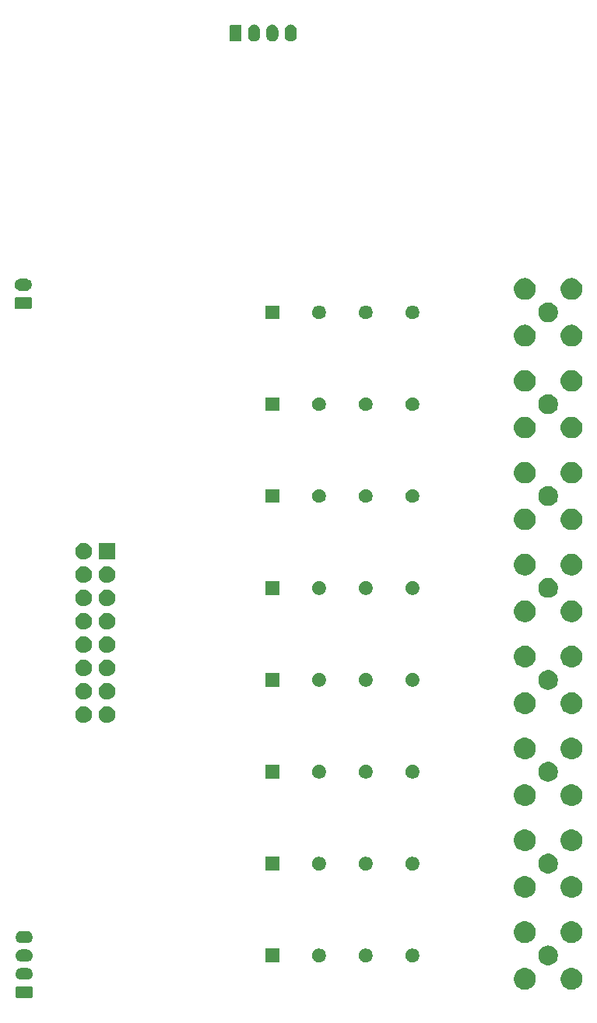
<source format=gbs>
G04 #@! TF.GenerationSoftware,KiCad,Pcbnew,(5.1.5-0)*
G04 #@! TF.CreationDate,2021-01-10T19:51:38-07:00*
G04 #@! TF.ProjectId,switch_board,73776974-6368-45f6-926f-6172642e6b69,rev?*
G04 #@! TF.SameCoordinates,Original*
G04 #@! TF.FileFunction,Soldermask,Bot*
G04 #@! TF.FilePolarity,Negative*
%FSLAX46Y46*%
G04 Gerber Fmt 4.6, Leading zero omitted, Abs format (unit mm)*
G04 Created by KiCad (PCBNEW (5.1.5-0)) date 2021-01-10 19:51:38*
%MOMM*%
%LPD*%
G04 APERTURE LIST*
%ADD10C,0.100000*%
G04 APERTURE END LIST*
D10*
G36*
X133766242Y-123353404D02*
G01*
X133803337Y-123364657D01*
X133837515Y-123382925D01*
X133867481Y-123407519D01*
X133892075Y-123437485D01*
X133910343Y-123471663D01*
X133921596Y-123508758D01*
X133926000Y-123553474D01*
X133926000Y-124446526D01*
X133921596Y-124491242D01*
X133910343Y-124528337D01*
X133892075Y-124562515D01*
X133867481Y-124592481D01*
X133837515Y-124617075D01*
X133803337Y-124635343D01*
X133766242Y-124646596D01*
X133721526Y-124651000D01*
X132278474Y-124651000D01*
X132233758Y-124646596D01*
X132196663Y-124635343D01*
X132162485Y-124617075D01*
X132132519Y-124592481D01*
X132107925Y-124562515D01*
X132089657Y-124528337D01*
X132078404Y-124491242D01*
X132074000Y-124446526D01*
X132074000Y-123553474D01*
X132078404Y-123508758D01*
X132089657Y-123471663D01*
X132107925Y-123437485D01*
X132132519Y-123407519D01*
X132162485Y-123382925D01*
X132196663Y-123364657D01*
X132233758Y-123353404D01*
X132278474Y-123349000D01*
X133721526Y-123349000D01*
X133766242Y-123353404D01*
G37*
G36*
X192731560Y-121379064D02*
G01*
X192883027Y-121409193D01*
X193097045Y-121497842D01*
X193097046Y-121497843D01*
X193289654Y-121626539D01*
X193453461Y-121790346D01*
X193508275Y-121872382D01*
X193582158Y-121982955D01*
X193670807Y-122196973D01*
X193700936Y-122348440D01*
X193703917Y-122363426D01*
X193716000Y-122424174D01*
X193716000Y-122655826D01*
X193670807Y-122883027D01*
X193582158Y-123097045D01*
X193582157Y-123097046D01*
X193453461Y-123289654D01*
X193289654Y-123453461D01*
X193195388Y-123516447D01*
X193097045Y-123582158D01*
X192883027Y-123670807D01*
X192731560Y-123700936D01*
X192655827Y-123716000D01*
X192424173Y-123716000D01*
X192348440Y-123700936D01*
X192196973Y-123670807D01*
X191982955Y-123582158D01*
X191884612Y-123516447D01*
X191790346Y-123453461D01*
X191626539Y-123289654D01*
X191497843Y-123097046D01*
X191497842Y-123097045D01*
X191409193Y-122883027D01*
X191364000Y-122655826D01*
X191364000Y-122424174D01*
X191376084Y-122363426D01*
X191379064Y-122348440D01*
X191409193Y-122196973D01*
X191497842Y-121982955D01*
X191571725Y-121872382D01*
X191626539Y-121790346D01*
X191790346Y-121626539D01*
X191982954Y-121497843D01*
X191982955Y-121497842D01*
X192196973Y-121409193D01*
X192348440Y-121379064D01*
X192424173Y-121364000D01*
X192655827Y-121364000D01*
X192731560Y-121379064D01*
G37*
G36*
X187651560Y-121379064D02*
G01*
X187803027Y-121409193D01*
X188017045Y-121497842D01*
X188017046Y-121497843D01*
X188209654Y-121626539D01*
X188373461Y-121790346D01*
X188428275Y-121872382D01*
X188502158Y-121982955D01*
X188590807Y-122196973D01*
X188620936Y-122348440D01*
X188623917Y-122363426D01*
X188636000Y-122424174D01*
X188636000Y-122655826D01*
X188590807Y-122883027D01*
X188502158Y-123097045D01*
X188502157Y-123097046D01*
X188373461Y-123289654D01*
X188209654Y-123453461D01*
X188115388Y-123516447D01*
X188017045Y-123582158D01*
X187803027Y-123670807D01*
X187651560Y-123700936D01*
X187575827Y-123716000D01*
X187344173Y-123716000D01*
X187268440Y-123700936D01*
X187116973Y-123670807D01*
X186902955Y-123582158D01*
X186804612Y-123516447D01*
X186710346Y-123453461D01*
X186546539Y-123289654D01*
X186417843Y-123097046D01*
X186417842Y-123097045D01*
X186329193Y-122883027D01*
X186284000Y-122655826D01*
X186284000Y-122424174D01*
X186296084Y-122363426D01*
X186299064Y-122348440D01*
X186329193Y-122196973D01*
X186417842Y-121982955D01*
X186491725Y-121872382D01*
X186546539Y-121790346D01*
X186710346Y-121626539D01*
X186902954Y-121497843D01*
X186902955Y-121497842D01*
X187116973Y-121409193D01*
X187268440Y-121379064D01*
X187344173Y-121364000D01*
X187575827Y-121364000D01*
X187651560Y-121379064D01*
G37*
G36*
X133338855Y-121352140D02*
G01*
X133402618Y-121358420D01*
X133493404Y-121385960D01*
X133525336Y-121395646D01*
X133638425Y-121456094D01*
X133737554Y-121537446D01*
X133818906Y-121636575D01*
X133879354Y-121749664D01*
X133879355Y-121749668D01*
X133916580Y-121872382D01*
X133929149Y-122000000D01*
X133916580Y-122127618D01*
X133895541Y-122196973D01*
X133879354Y-122250336D01*
X133818906Y-122363425D01*
X133737554Y-122462554D01*
X133638425Y-122543906D01*
X133525336Y-122604354D01*
X133493404Y-122614040D01*
X133402618Y-122641580D01*
X133338855Y-122647860D01*
X133306974Y-122651000D01*
X132693026Y-122651000D01*
X132661145Y-122647860D01*
X132597382Y-122641580D01*
X132506596Y-122614040D01*
X132474664Y-122604354D01*
X132361575Y-122543906D01*
X132262446Y-122462554D01*
X132181094Y-122363425D01*
X132120646Y-122250336D01*
X132104459Y-122196973D01*
X132083420Y-122127618D01*
X132070851Y-122000000D01*
X132083420Y-121872382D01*
X132120645Y-121749668D01*
X132120646Y-121749664D01*
X132181094Y-121636575D01*
X132262446Y-121537446D01*
X132361575Y-121456094D01*
X132474664Y-121395646D01*
X132506596Y-121385960D01*
X132597382Y-121358420D01*
X132661145Y-121352140D01*
X132693026Y-121349000D01*
X133306974Y-121349000D01*
X133338855Y-121352140D01*
G37*
G36*
X190175271Y-118937783D02*
G01*
X190313858Y-118965350D01*
X190509677Y-119046461D01*
X190685910Y-119164216D01*
X190835784Y-119314090D01*
X190953539Y-119490323D01*
X191034650Y-119686142D01*
X191076000Y-119894023D01*
X191076000Y-120105977D01*
X191034650Y-120313858D01*
X190953539Y-120509677D01*
X190835784Y-120685910D01*
X190685910Y-120835784D01*
X190509677Y-120953539D01*
X190313858Y-121034650D01*
X190175271Y-121062217D01*
X190105978Y-121076000D01*
X189894022Y-121076000D01*
X189824729Y-121062217D01*
X189686142Y-121034650D01*
X189490323Y-120953539D01*
X189314090Y-120835784D01*
X189164216Y-120685910D01*
X189046461Y-120509677D01*
X188965350Y-120313858D01*
X188924000Y-120105977D01*
X188924000Y-119894023D01*
X188965350Y-119686142D01*
X189046461Y-119490323D01*
X189164216Y-119314090D01*
X189314090Y-119164216D01*
X189490323Y-119046461D01*
X189686142Y-118965350D01*
X189824729Y-118937783D01*
X189894022Y-118924000D01*
X190105978Y-118924000D01*
X190175271Y-118937783D01*
G37*
G36*
X160751000Y-120751000D02*
G01*
X159249000Y-120751000D01*
X159249000Y-119249000D01*
X160751000Y-119249000D01*
X160751000Y-120751000D01*
G37*
G36*
X175459059Y-119277860D02*
G01*
X175595732Y-119334472D01*
X175718735Y-119416660D01*
X175823340Y-119521265D01*
X175905528Y-119644268D01*
X175962140Y-119780941D01*
X175991000Y-119926033D01*
X175991000Y-120073967D01*
X175962140Y-120219059D01*
X175905528Y-120355732D01*
X175823340Y-120478735D01*
X175718735Y-120583340D01*
X175595732Y-120665528D01*
X175595731Y-120665529D01*
X175595730Y-120665529D01*
X175459059Y-120722140D01*
X175313968Y-120751000D01*
X175166032Y-120751000D01*
X175020941Y-120722140D01*
X174884270Y-120665529D01*
X174884269Y-120665529D01*
X174884268Y-120665528D01*
X174761265Y-120583340D01*
X174656660Y-120478735D01*
X174574472Y-120355732D01*
X174517860Y-120219059D01*
X174489000Y-120073967D01*
X174489000Y-119926033D01*
X174517860Y-119780941D01*
X174574472Y-119644268D01*
X174656660Y-119521265D01*
X174761265Y-119416660D01*
X174884268Y-119334472D01*
X175020941Y-119277860D01*
X175166032Y-119249000D01*
X175313968Y-119249000D01*
X175459059Y-119277860D01*
G37*
G36*
X170379059Y-119277860D02*
G01*
X170515732Y-119334472D01*
X170638735Y-119416660D01*
X170743340Y-119521265D01*
X170825528Y-119644268D01*
X170882140Y-119780941D01*
X170911000Y-119926033D01*
X170911000Y-120073967D01*
X170882140Y-120219059D01*
X170825528Y-120355732D01*
X170743340Y-120478735D01*
X170638735Y-120583340D01*
X170515732Y-120665528D01*
X170515731Y-120665529D01*
X170515730Y-120665529D01*
X170379059Y-120722140D01*
X170233968Y-120751000D01*
X170086032Y-120751000D01*
X169940941Y-120722140D01*
X169804270Y-120665529D01*
X169804269Y-120665529D01*
X169804268Y-120665528D01*
X169681265Y-120583340D01*
X169576660Y-120478735D01*
X169494472Y-120355732D01*
X169437860Y-120219059D01*
X169409000Y-120073967D01*
X169409000Y-119926033D01*
X169437860Y-119780941D01*
X169494472Y-119644268D01*
X169576660Y-119521265D01*
X169681265Y-119416660D01*
X169804268Y-119334472D01*
X169940941Y-119277860D01*
X170086032Y-119249000D01*
X170233968Y-119249000D01*
X170379059Y-119277860D01*
G37*
G36*
X165299059Y-119277860D02*
G01*
X165435732Y-119334472D01*
X165558735Y-119416660D01*
X165663340Y-119521265D01*
X165745528Y-119644268D01*
X165802140Y-119780941D01*
X165831000Y-119926033D01*
X165831000Y-120073967D01*
X165802140Y-120219059D01*
X165745528Y-120355732D01*
X165663340Y-120478735D01*
X165558735Y-120583340D01*
X165435732Y-120665528D01*
X165435731Y-120665529D01*
X165435730Y-120665529D01*
X165299059Y-120722140D01*
X165153968Y-120751000D01*
X165006032Y-120751000D01*
X164860941Y-120722140D01*
X164724270Y-120665529D01*
X164724269Y-120665529D01*
X164724268Y-120665528D01*
X164601265Y-120583340D01*
X164496660Y-120478735D01*
X164414472Y-120355732D01*
X164357860Y-120219059D01*
X164329000Y-120073967D01*
X164329000Y-119926033D01*
X164357860Y-119780941D01*
X164414472Y-119644268D01*
X164496660Y-119521265D01*
X164601265Y-119416660D01*
X164724268Y-119334472D01*
X164860941Y-119277860D01*
X165006032Y-119249000D01*
X165153968Y-119249000D01*
X165299059Y-119277860D01*
G37*
G36*
X133338855Y-119352140D02*
G01*
X133402618Y-119358420D01*
X133493404Y-119385960D01*
X133525336Y-119395646D01*
X133638425Y-119456094D01*
X133737554Y-119537446D01*
X133818906Y-119636575D01*
X133879354Y-119749664D01*
X133879355Y-119749668D01*
X133916580Y-119872382D01*
X133929149Y-120000000D01*
X133916580Y-120127618D01*
X133889040Y-120218404D01*
X133879354Y-120250336D01*
X133818906Y-120363425D01*
X133737554Y-120462554D01*
X133638425Y-120543906D01*
X133525336Y-120604354D01*
X133493404Y-120614040D01*
X133402618Y-120641580D01*
X133338855Y-120647860D01*
X133306974Y-120651000D01*
X132693026Y-120651000D01*
X132661145Y-120647860D01*
X132597382Y-120641580D01*
X132506596Y-120614040D01*
X132474664Y-120604354D01*
X132361575Y-120543906D01*
X132262446Y-120462554D01*
X132181094Y-120363425D01*
X132120646Y-120250336D01*
X132110960Y-120218404D01*
X132083420Y-120127618D01*
X132070851Y-120000000D01*
X132083420Y-119872382D01*
X132120645Y-119749668D01*
X132120646Y-119749664D01*
X132181094Y-119636575D01*
X132262446Y-119537446D01*
X132361575Y-119456094D01*
X132474664Y-119395646D01*
X132506596Y-119385960D01*
X132597382Y-119358420D01*
X132661145Y-119352140D01*
X132693026Y-119349000D01*
X133306974Y-119349000D01*
X133338855Y-119352140D01*
G37*
G36*
X133338855Y-117352140D02*
G01*
X133402618Y-117358420D01*
X133493404Y-117385960D01*
X133525336Y-117395646D01*
X133638425Y-117456094D01*
X133737554Y-117537446D01*
X133818906Y-117636575D01*
X133879354Y-117749664D01*
X133879355Y-117749668D01*
X133916580Y-117872382D01*
X133929149Y-118000000D01*
X133916580Y-118127618D01*
X133891695Y-118209654D01*
X133879354Y-118250336D01*
X133818906Y-118363425D01*
X133737554Y-118462554D01*
X133638425Y-118543906D01*
X133525336Y-118604354D01*
X133493404Y-118614040D01*
X133402618Y-118641580D01*
X133338855Y-118647860D01*
X133306974Y-118651000D01*
X132693026Y-118651000D01*
X132661145Y-118647860D01*
X132597382Y-118641580D01*
X132506596Y-118614040D01*
X132474664Y-118604354D01*
X132361575Y-118543906D01*
X132262446Y-118462554D01*
X132181094Y-118363425D01*
X132120646Y-118250336D01*
X132108305Y-118209654D01*
X132083420Y-118127618D01*
X132070851Y-118000000D01*
X132083420Y-117872382D01*
X132120645Y-117749668D01*
X132120646Y-117749664D01*
X132181094Y-117636575D01*
X132262446Y-117537446D01*
X132361575Y-117456094D01*
X132474664Y-117395646D01*
X132506596Y-117385960D01*
X132597382Y-117358420D01*
X132661145Y-117352140D01*
X132693026Y-117349000D01*
X133306974Y-117349000D01*
X133338855Y-117352140D01*
G37*
G36*
X192731560Y-116299064D02*
G01*
X192883027Y-116329193D01*
X193097045Y-116417842D01*
X193097046Y-116417843D01*
X193289654Y-116546539D01*
X193453461Y-116710346D01*
X193539258Y-116838751D01*
X193582158Y-116902955D01*
X193670807Y-117116973D01*
X193670807Y-117116975D01*
X193716000Y-117344173D01*
X193716000Y-117575827D01*
X193703916Y-117636575D01*
X193670807Y-117803027D01*
X193582158Y-118017045D01*
X193582157Y-118017046D01*
X193453461Y-118209654D01*
X193289654Y-118373461D01*
X193161249Y-118459258D01*
X193097045Y-118502158D01*
X192883027Y-118590807D01*
X192731560Y-118620936D01*
X192655827Y-118636000D01*
X192424173Y-118636000D01*
X192348440Y-118620936D01*
X192196973Y-118590807D01*
X191982955Y-118502158D01*
X191918751Y-118459258D01*
X191790346Y-118373461D01*
X191626539Y-118209654D01*
X191497843Y-118017046D01*
X191497842Y-118017045D01*
X191409193Y-117803027D01*
X191376084Y-117636575D01*
X191364000Y-117575827D01*
X191364000Y-117344173D01*
X191409193Y-117116975D01*
X191409193Y-117116973D01*
X191497842Y-116902955D01*
X191540742Y-116838751D01*
X191626539Y-116710346D01*
X191790346Y-116546539D01*
X191982954Y-116417843D01*
X191982955Y-116417842D01*
X192196973Y-116329193D01*
X192348440Y-116299064D01*
X192424173Y-116284000D01*
X192655827Y-116284000D01*
X192731560Y-116299064D01*
G37*
G36*
X187651560Y-116299064D02*
G01*
X187803027Y-116329193D01*
X188017045Y-116417842D01*
X188017046Y-116417843D01*
X188209654Y-116546539D01*
X188373461Y-116710346D01*
X188459258Y-116838751D01*
X188502158Y-116902955D01*
X188590807Y-117116973D01*
X188590807Y-117116975D01*
X188636000Y-117344173D01*
X188636000Y-117575827D01*
X188623916Y-117636575D01*
X188590807Y-117803027D01*
X188502158Y-118017045D01*
X188502157Y-118017046D01*
X188373461Y-118209654D01*
X188209654Y-118373461D01*
X188081249Y-118459258D01*
X188017045Y-118502158D01*
X187803027Y-118590807D01*
X187651560Y-118620936D01*
X187575827Y-118636000D01*
X187344173Y-118636000D01*
X187268440Y-118620936D01*
X187116973Y-118590807D01*
X186902955Y-118502158D01*
X186838751Y-118459258D01*
X186710346Y-118373461D01*
X186546539Y-118209654D01*
X186417843Y-118017046D01*
X186417842Y-118017045D01*
X186329193Y-117803027D01*
X186296084Y-117636575D01*
X186284000Y-117575827D01*
X186284000Y-117344173D01*
X186329193Y-117116975D01*
X186329193Y-117116973D01*
X186417842Y-116902955D01*
X186460742Y-116838751D01*
X186546539Y-116710346D01*
X186710346Y-116546539D01*
X186902954Y-116417843D01*
X186902955Y-116417842D01*
X187116973Y-116329193D01*
X187268440Y-116299064D01*
X187344173Y-116284000D01*
X187575827Y-116284000D01*
X187651560Y-116299064D01*
G37*
G36*
X192731560Y-111379064D02*
G01*
X192883027Y-111409193D01*
X193097045Y-111497842D01*
X193097046Y-111497843D01*
X193289654Y-111626539D01*
X193453461Y-111790346D01*
X193539258Y-111918751D01*
X193582158Y-111982955D01*
X193670807Y-112196973D01*
X193716000Y-112424174D01*
X193716000Y-112655826D01*
X193670807Y-112883027D01*
X193582158Y-113097045D01*
X193582157Y-113097046D01*
X193453461Y-113289654D01*
X193289654Y-113453461D01*
X193161249Y-113539258D01*
X193097045Y-113582158D01*
X192883027Y-113670807D01*
X192731560Y-113700936D01*
X192655827Y-113716000D01*
X192424173Y-113716000D01*
X192348440Y-113700936D01*
X192196973Y-113670807D01*
X191982955Y-113582158D01*
X191918751Y-113539258D01*
X191790346Y-113453461D01*
X191626539Y-113289654D01*
X191497843Y-113097046D01*
X191497842Y-113097045D01*
X191409193Y-112883027D01*
X191364000Y-112655826D01*
X191364000Y-112424174D01*
X191409193Y-112196973D01*
X191497842Y-111982955D01*
X191540742Y-111918751D01*
X191626539Y-111790346D01*
X191790346Y-111626539D01*
X191982954Y-111497843D01*
X191982955Y-111497842D01*
X192196973Y-111409193D01*
X192348440Y-111379064D01*
X192424173Y-111364000D01*
X192655827Y-111364000D01*
X192731560Y-111379064D01*
G37*
G36*
X187651560Y-111379064D02*
G01*
X187803027Y-111409193D01*
X188017045Y-111497842D01*
X188017046Y-111497843D01*
X188209654Y-111626539D01*
X188373461Y-111790346D01*
X188459258Y-111918751D01*
X188502158Y-111982955D01*
X188590807Y-112196973D01*
X188636000Y-112424174D01*
X188636000Y-112655826D01*
X188590807Y-112883027D01*
X188502158Y-113097045D01*
X188502157Y-113097046D01*
X188373461Y-113289654D01*
X188209654Y-113453461D01*
X188081249Y-113539258D01*
X188017045Y-113582158D01*
X187803027Y-113670807D01*
X187651560Y-113700936D01*
X187575827Y-113716000D01*
X187344173Y-113716000D01*
X187268440Y-113700936D01*
X187116973Y-113670807D01*
X186902955Y-113582158D01*
X186838751Y-113539258D01*
X186710346Y-113453461D01*
X186546539Y-113289654D01*
X186417843Y-113097046D01*
X186417842Y-113097045D01*
X186329193Y-112883027D01*
X186284000Y-112655826D01*
X186284000Y-112424174D01*
X186329193Y-112196973D01*
X186417842Y-111982955D01*
X186460742Y-111918751D01*
X186546539Y-111790346D01*
X186710346Y-111626539D01*
X186902954Y-111497843D01*
X186902955Y-111497842D01*
X187116973Y-111409193D01*
X187268440Y-111379064D01*
X187344173Y-111364000D01*
X187575827Y-111364000D01*
X187651560Y-111379064D01*
G37*
G36*
X190175271Y-108937783D02*
G01*
X190313858Y-108965350D01*
X190509677Y-109046461D01*
X190685910Y-109164216D01*
X190835784Y-109314090D01*
X190953539Y-109490323D01*
X191034650Y-109686142D01*
X191076000Y-109894023D01*
X191076000Y-110105977D01*
X191034650Y-110313858D01*
X190953539Y-110509677D01*
X190835784Y-110685910D01*
X190685910Y-110835784D01*
X190509677Y-110953539D01*
X190313858Y-111034650D01*
X190175271Y-111062217D01*
X190105978Y-111076000D01*
X189894022Y-111076000D01*
X189824729Y-111062217D01*
X189686142Y-111034650D01*
X189490323Y-110953539D01*
X189314090Y-110835784D01*
X189164216Y-110685910D01*
X189046461Y-110509677D01*
X188965350Y-110313858D01*
X188924000Y-110105977D01*
X188924000Y-109894023D01*
X188965350Y-109686142D01*
X189046461Y-109490323D01*
X189164216Y-109314090D01*
X189314090Y-109164216D01*
X189490323Y-109046461D01*
X189686142Y-108965350D01*
X189824729Y-108937783D01*
X189894022Y-108924000D01*
X190105978Y-108924000D01*
X190175271Y-108937783D01*
G37*
G36*
X165299059Y-109277860D02*
G01*
X165435732Y-109334472D01*
X165558735Y-109416660D01*
X165663340Y-109521265D01*
X165745528Y-109644268D01*
X165802140Y-109780941D01*
X165831000Y-109926033D01*
X165831000Y-110073967D01*
X165802140Y-110219059D01*
X165745528Y-110355732D01*
X165663340Y-110478735D01*
X165558735Y-110583340D01*
X165435732Y-110665528D01*
X165435731Y-110665529D01*
X165435730Y-110665529D01*
X165299059Y-110722140D01*
X165153968Y-110751000D01*
X165006032Y-110751000D01*
X164860941Y-110722140D01*
X164724270Y-110665529D01*
X164724269Y-110665529D01*
X164724268Y-110665528D01*
X164601265Y-110583340D01*
X164496660Y-110478735D01*
X164414472Y-110355732D01*
X164357860Y-110219059D01*
X164329000Y-110073967D01*
X164329000Y-109926033D01*
X164357860Y-109780941D01*
X164414472Y-109644268D01*
X164496660Y-109521265D01*
X164601265Y-109416660D01*
X164724268Y-109334472D01*
X164860941Y-109277860D01*
X165006032Y-109249000D01*
X165153968Y-109249000D01*
X165299059Y-109277860D01*
G37*
G36*
X175459059Y-109277860D02*
G01*
X175595732Y-109334472D01*
X175718735Y-109416660D01*
X175823340Y-109521265D01*
X175905528Y-109644268D01*
X175962140Y-109780941D01*
X175991000Y-109926033D01*
X175991000Y-110073967D01*
X175962140Y-110219059D01*
X175905528Y-110355732D01*
X175823340Y-110478735D01*
X175718735Y-110583340D01*
X175595732Y-110665528D01*
X175595731Y-110665529D01*
X175595730Y-110665529D01*
X175459059Y-110722140D01*
X175313968Y-110751000D01*
X175166032Y-110751000D01*
X175020941Y-110722140D01*
X174884270Y-110665529D01*
X174884269Y-110665529D01*
X174884268Y-110665528D01*
X174761265Y-110583340D01*
X174656660Y-110478735D01*
X174574472Y-110355732D01*
X174517860Y-110219059D01*
X174489000Y-110073967D01*
X174489000Y-109926033D01*
X174517860Y-109780941D01*
X174574472Y-109644268D01*
X174656660Y-109521265D01*
X174761265Y-109416660D01*
X174884268Y-109334472D01*
X175020941Y-109277860D01*
X175166032Y-109249000D01*
X175313968Y-109249000D01*
X175459059Y-109277860D01*
G37*
G36*
X170379059Y-109277860D02*
G01*
X170515732Y-109334472D01*
X170638735Y-109416660D01*
X170743340Y-109521265D01*
X170825528Y-109644268D01*
X170882140Y-109780941D01*
X170911000Y-109926033D01*
X170911000Y-110073967D01*
X170882140Y-110219059D01*
X170825528Y-110355732D01*
X170743340Y-110478735D01*
X170638735Y-110583340D01*
X170515732Y-110665528D01*
X170515731Y-110665529D01*
X170515730Y-110665529D01*
X170379059Y-110722140D01*
X170233968Y-110751000D01*
X170086032Y-110751000D01*
X169940941Y-110722140D01*
X169804270Y-110665529D01*
X169804269Y-110665529D01*
X169804268Y-110665528D01*
X169681265Y-110583340D01*
X169576660Y-110478735D01*
X169494472Y-110355732D01*
X169437860Y-110219059D01*
X169409000Y-110073967D01*
X169409000Y-109926033D01*
X169437860Y-109780941D01*
X169494472Y-109644268D01*
X169576660Y-109521265D01*
X169681265Y-109416660D01*
X169804268Y-109334472D01*
X169940941Y-109277860D01*
X170086032Y-109249000D01*
X170233968Y-109249000D01*
X170379059Y-109277860D01*
G37*
G36*
X160751000Y-110751000D02*
G01*
X159249000Y-110751000D01*
X159249000Y-109249000D01*
X160751000Y-109249000D01*
X160751000Y-110751000D01*
G37*
G36*
X192731560Y-106299064D02*
G01*
X192883027Y-106329193D01*
X193097045Y-106417842D01*
X193097046Y-106417843D01*
X193289654Y-106546539D01*
X193453461Y-106710346D01*
X193539258Y-106838751D01*
X193582158Y-106902955D01*
X193670807Y-107116973D01*
X193716000Y-107344174D01*
X193716000Y-107575826D01*
X193670807Y-107803027D01*
X193582158Y-108017045D01*
X193582157Y-108017046D01*
X193453461Y-108209654D01*
X193289654Y-108373461D01*
X193161249Y-108459258D01*
X193097045Y-108502158D01*
X192883027Y-108590807D01*
X192731560Y-108620936D01*
X192655827Y-108636000D01*
X192424173Y-108636000D01*
X192348440Y-108620936D01*
X192196973Y-108590807D01*
X191982955Y-108502158D01*
X191918751Y-108459258D01*
X191790346Y-108373461D01*
X191626539Y-108209654D01*
X191497843Y-108017046D01*
X191497842Y-108017045D01*
X191409193Y-107803027D01*
X191364000Y-107575826D01*
X191364000Y-107344174D01*
X191409193Y-107116973D01*
X191497842Y-106902955D01*
X191540742Y-106838751D01*
X191626539Y-106710346D01*
X191790346Y-106546539D01*
X191982954Y-106417843D01*
X191982955Y-106417842D01*
X192196973Y-106329193D01*
X192348440Y-106299064D01*
X192424173Y-106284000D01*
X192655827Y-106284000D01*
X192731560Y-106299064D01*
G37*
G36*
X187651560Y-106299064D02*
G01*
X187803027Y-106329193D01*
X188017045Y-106417842D01*
X188017046Y-106417843D01*
X188209654Y-106546539D01*
X188373461Y-106710346D01*
X188459258Y-106838751D01*
X188502158Y-106902955D01*
X188590807Y-107116973D01*
X188636000Y-107344174D01*
X188636000Y-107575826D01*
X188590807Y-107803027D01*
X188502158Y-108017045D01*
X188502157Y-108017046D01*
X188373461Y-108209654D01*
X188209654Y-108373461D01*
X188081249Y-108459258D01*
X188017045Y-108502158D01*
X187803027Y-108590807D01*
X187651560Y-108620936D01*
X187575827Y-108636000D01*
X187344173Y-108636000D01*
X187268440Y-108620936D01*
X187116973Y-108590807D01*
X186902955Y-108502158D01*
X186838751Y-108459258D01*
X186710346Y-108373461D01*
X186546539Y-108209654D01*
X186417843Y-108017046D01*
X186417842Y-108017045D01*
X186329193Y-107803027D01*
X186284000Y-107575826D01*
X186284000Y-107344174D01*
X186329193Y-107116973D01*
X186417842Y-106902955D01*
X186460742Y-106838751D01*
X186546539Y-106710346D01*
X186710346Y-106546539D01*
X186902954Y-106417843D01*
X186902955Y-106417842D01*
X187116973Y-106329193D01*
X187268440Y-106299064D01*
X187344173Y-106284000D01*
X187575827Y-106284000D01*
X187651560Y-106299064D01*
G37*
G36*
X187651560Y-101379064D02*
G01*
X187803027Y-101409193D01*
X188017045Y-101497842D01*
X188017046Y-101497843D01*
X188209654Y-101626539D01*
X188373461Y-101790346D01*
X188459258Y-101918751D01*
X188502158Y-101982955D01*
X188590807Y-102196973D01*
X188636000Y-102424174D01*
X188636000Y-102655826D01*
X188590807Y-102883027D01*
X188502158Y-103097045D01*
X188502157Y-103097046D01*
X188373461Y-103289654D01*
X188209654Y-103453461D01*
X188081249Y-103539258D01*
X188017045Y-103582158D01*
X187803027Y-103670807D01*
X187651560Y-103700936D01*
X187575827Y-103716000D01*
X187344173Y-103716000D01*
X187268440Y-103700936D01*
X187116973Y-103670807D01*
X186902955Y-103582158D01*
X186838751Y-103539258D01*
X186710346Y-103453461D01*
X186546539Y-103289654D01*
X186417843Y-103097046D01*
X186417842Y-103097045D01*
X186329193Y-102883027D01*
X186284000Y-102655826D01*
X186284000Y-102424174D01*
X186329193Y-102196973D01*
X186417842Y-101982955D01*
X186460742Y-101918751D01*
X186546539Y-101790346D01*
X186710346Y-101626539D01*
X186902954Y-101497843D01*
X186902955Y-101497842D01*
X187116973Y-101409193D01*
X187268440Y-101379064D01*
X187344173Y-101364000D01*
X187575827Y-101364000D01*
X187651560Y-101379064D01*
G37*
G36*
X192731560Y-101379064D02*
G01*
X192883027Y-101409193D01*
X193097045Y-101497842D01*
X193097046Y-101497843D01*
X193289654Y-101626539D01*
X193453461Y-101790346D01*
X193539258Y-101918751D01*
X193582158Y-101982955D01*
X193670807Y-102196973D01*
X193716000Y-102424174D01*
X193716000Y-102655826D01*
X193670807Y-102883027D01*
X193582158Y-103097045D01*
X193582157Y-103097046D01*
X193453461Y-103289654D01*
X193289654Y-103453461D01*
X193161249Y-103539258D01*
X193097045Y-103582158D01*
X192883027Y-103670807D01*
X192731560Y-103700936D01*
X192655827Y-103716000D01*
X192424173Y-103716000D01*
X192348440Y-103700936D01*
X192196973Y-103670807D01*
X191982955Y-103582158D01*
X191918751Y-103539258D01*
X191790346Y-103453461D01*
X191626539Y-103289654D01*
X191497843Y-103097046D01*
X191497842Y-103097045D01*
X191409193Y-102883027D01*
X191364000Y-102655826D01*
X191364000Y-102424174D01*
X191409193Y-102196973D01*
X191497842Y-101982955D01*
X191540742Y-101918751D01*
X191626539Y-101790346D01*
X191790346Y-101626539D01*
X191982954Y-101497843D01*
X191982955Y-101497842D01*
X192196973Y-101409193D01*
X192348440Y-101379064D01*
X192424173Y-101364000D01*
X192655827Y-101364000D01*
X192731560Y-101379064D01*
G37*
G36*
X190175271Y-98937783D02*
G01*
X190313858Y-98965350D01*
X190509677Y-99046461D01*
X190685910Y-99164216D01*
X190835784Y-99314090D01*
X190953539Y-99490323D01*
X191034650Y-99686142D01*
X191076000Y-99894023D01*
X191076000Y-100105977D01*
X191034650Y-100313858D01*
X190953539Y-100509677D01*
X190835784Y-100685910D01*
X190685910Y-100835784D01*
X190509677Y-100953539D01*
X190313858Y-101034650D01*
X190175271Y-101062217D01*
X190105978Y-101076000D01*
X189894022Y-101076000D01*
X189824729Y-101062217D01*
X189686142Y-101034650D01*
X189490323Y-100953539D01*
X189314090Y-100835784D01*
X189164216Y-100685910D01*
X189046461Y-100509677D01*
X188965350Y-100313858D01*
X188924000Y-100105977D01*
X188924000Y-99894023D01*
X188965350Y-99686142D01*
X189046461Y-99490323D01*
X189164216Y-99314090D01*
X189314090Y-99164216D01*
X189490323Y-99046461D01*
X189686142Y-98965350D01*
X189824729Y-98937783D01*
X189894022Y-98924000D01*
X190105978Y-98924000D01*
X190175271Y-98937783D01*
G37*
G36*
X175459059Y-99277860D02*
G01*
X175595732Y-99334472D01*
X175718735Y-99416660D01*
X175823340Y-99521265D01*
X175905528Y-99644268D01*
X175962140Y-99780941D01*
X175991000Y-99926033D01*
X175991000Y-100073967D01*
X175962140Y-100219059D01*
X175905528Y-100355732D01*
X175823340Y-100478735D01*
X175718735Y-100583340D01*
X175595732Y-100665528D01*
X175595731Y-100665529D01*
X175595730Y-100665529D01*
X175459059Y-100722140D01*
X175313968Y-100751000D01*
X175166032Y-100751000D01*
X175020941Y-100722140D01*
X174884270Y-100665529D01*
X174884269Y-100665529D01*
X174884268Y-100665528D01*
X174761265Y-100583340D01*
X174656660Y-100478735D01*
X174574472Y-100355732D01*
X174517860Y-100219059D01*
X174489000Y-100073967D01*
X174489000Y-99926033D01*
X174517860Y-99780941D01*
X174574472Y-99644268D01*
X174656660Y-99521265D01*
X174761265Y-99416660D01*
X174884268Y-99334472D01*
X175020941Y-99277860D01*
X175166032Y-99249000D01*
X175313968Y-99249000D01*
X175459059Y-99277860D01*
G37*
G36*
X170379059Y-99277860D02*
G01*
X170515732Y-99334472D01*
X170638735Y-99416660D01*
X170743340Y-99521265D01*
X170825528Y-99644268D01*
X170882140Y-99780941D01*
X170911000Y-99926033D01*
X170911000Y-100073967D01*
X170882140Y-100219059D01*
X170825528Y-100355732D01*
X170743340Y-100478735D01*
X170638735Y-100583340D01*
X170515732Y-100665528D01*
X170515731Y-100665529D01*
X170515730Y-100665529D01*
X170379059Y-100722140D01*
X170233968Y-100751000D01*
X170086032Y-100751000D01*
X169940941Y-100722140D01*
X169804270Y-100665529D01*
X169804269Y-100665529D01*
X169804268Y-100665528D01*
X169681265Y-100583340D01*
X169576660Y-100478735D01*
X169494472Y-100355732D01*
X169437860Y-100219059D01*
X169409000Y-100073967D01*
X169409000Y-99926033D01*
X169437860Y-99780941D01*
X169494472Y-99644268D01*
X169576660Y-99521265D01*
X169681265Y-99416660D01*
X169804268Y-99334472D01*
X169940941Y-99277860D01*
X170086032Y-99249000D01*
X170233968Y-99249000D01*
X170379059Y-99277860D01*
G37*
G36*
X165299059Y-99277860D02*
G01*
X165435732Y-99334472D01*
X165558735Y-99416660D01*
X165663340Y-99521265D01*
X165745528Y-99644268D01*
X165802140Y-99780941D01*
X165831000Y-99926033D01*
X165831000Y-100073967D01*
X165802140Y-100219059D01*
X165745528Y-100355732D01*
X165663340Y-100478735D01*
X165558735Y-100583340D01*
X165435732Y-100665528D01*
X165435731Y-100665529D01*
X165435730Y-100665529D01*
X165299059Y-100722140D01*
X165153968Y-100751000D01*
X165006032Y-100751000D01*
X164860941Y-100722140D01*
X164724270Y-100665529D01*
X164724269Y-100665529D01*
X164724268Y-100665528D01*
X164601265Y-100583340D01*
X164496660Y-100478735D01*
X164414472Y-100355732D01*
X164357860Y-100219059D01*
X164329000Y-100073967D01*
X164329000Y-99926033D01*
X164357860Y-99780941D01*
X164414472Y-99644268D01*
X164496660Y-99521265D01*
X164601265Y-99416660D01*
X164724268Y-99334472D01*
X164860941Y-99277860D01*
X165006032Y-99249000D01*
X165153968Y-99249000D01*
X165299059Y-99277860D01*
G37*
G36*
X160751000Y-100751000D02*
G01*
X159249000Y-100751000D01*
X159249000Y-99249000D01*
X160751000Y-99249000D01*
X160751000Y-100751000D01*
G37*
G36*
X187651560Y-96299064D02*
G01*
X187803027Y-96329193D01*
X188017045Y-96417842D01*
X188017046Y-96417843D01*
X188209654Y-96546539D01*
X188373461Y-96710346D01*
X188459258Y-96838751D01*
X188502158Y-96902955D01*
X188590807Y-97116973D01*
X188636000Y-97344174D01*
X188636000Y-97575826D01*
X188590807Y-97803027D01*
X188502158Y-98017045D01*
X188502157Y-98017046D01*
X188373461Y-98209654D01*
X188209654Y-98373461D01*
X188081249Y-98459258D01*
X188017045Y-98502158D01*
X187803027Y-98590807D01*
X187651560Y-98620936D01*
X187575827Y-98636000D01*
X187344173Y-98636000D01*
X187268440Y-98620936D01*
X187116973Y-98590807D01*
X186902955Y-98502158D01*
X186838751Y-98459258D01*
X186710346Y-98373461D01*
X186546539Y-98209654D01*
X186417843Y-98017046D01*
X186417842Y-98017045D01*
X186329193Y-97803027D01*
X186284000Y-97575826D01*
X186284000Y-97344174D01*
X186329193Y-97116973D01*
X186417842Y-96902955D01*
X186460742Y-96838751D01*
X186546539Y-96710346D01*
X186710346Y-96546539D01*
X186902954Y-96417843D01*
X186902955Y-96417842D01*
X187116973Y-96329193D01*
X187268440Y-96299064D01*
X187344173Y-96284000D01*
X187575827Y-96284000D01*
X187651560Y-96299064D01*
G37*
G36*
X192731560Y-96299064D02*
G01*
X192883027Y-96329193D01*
X193097045Y-96417842D01*
X193097046Y-96417843D01*
X193289654Y-96546539D01*
X193453461Y-96710346D01*
X193539258Y-96838751D01*
X193582158Y-96902955D01*
X193670807Y-97116973D01*
X193716000Y-97344174D01*
X193716000Y-97575826D01*
X193670807Y-97803027D01*
X193582158Y-98017045D01*
X193582157Y-98017046D01*
X193453461Y-98209654D01*
X193289654Y-98373461D01*
X193161249Y-98459258D01*
X193097045Y-98502158D01*
X192883027Y-98590807D01*
X192731560Y-98620936D01*
X192655827Y-98636000D01*
X192424173Y-98636000D01*
X192348440Y-98620936D01*
X192196973Y-98590807D01*
X191982955Y-98502158D01*
X191918751Y-98459258D01*
X191790346Y-98373461D01*
X191626539Y-98209654D01*
X191497843Y-98017046D01*
X191497842Y-98017045D01*
X191409193Y-97803027D01*
X191364000Y-97575826D01*
X191364000Y-97344174D01*
X191409193Y-97116973D01*
X191497842Y-96902955D01*
X191540742Y-96838751D01*
X191626539Y-96710346D01*
X191790346Y-96546539D01*
X191982954Y-96417843D01*
X191982955Y-96417842D01*
X192196973Y-96329193D01*
X192348440Y-96299064D01*
X192424173Y-96284000D01*
X192655827Y-96284000D01*
X192731560Y-96299064D01*
G37*
G36*
X142108977Y-92883025D02*
G01*
X142262812Y-92913624D01*
X142426784Y-92981544D01*
X142574354Y-93080147D01*
X142699853Y-93205646D01*
X142798456Y-93353216D01*
X142866376Y-93517188D01*
X142901000Y-93691259D01*
X142901000Y-93868741D01*
X142866376Y-94042812D01*
X142798456Y-94206784D01*
X142699853Y-94354354D01*
X142574354Y-94479853D01*
X142426784Y-94578456D01*
X142262812Y-94646376D01*
X142113512Y-94676073D01*
X142088742Y-94681000D01*
X141911258Y-94681000D01*
X141886488Y-94676073D01*
X141737188Y-94646376D01*
X141573216Y-94578456D01*
X141425646Y-94479853D01*
X141300147Y-94354354D01*
X141201544Y-94206784D01*
X141133624Y-94042812D01*
X141099000Y-93868741D01*
X141099000Y-93691259D01*
X141133624Y-93517188D01*
X141201544Y-93353216D01*
X141300147Y-93205646D01*
X141425646Y-93080147D01*
X141573216Y-92981544D01*
X141737188Y-92913624D01*
X141891023Y-92883025D01*
X141911258Y-92879000D01*
X142088742Y-92879000D01*
X142108977Y-92883025D01*
G37*
G36*
X139568977Y-92883025D02*
G01*
X139722812Y-92913624D01*
X139886784Y-92981544D01*
X140034354Y-93080147D01*
X140159853Y-93205646D01*
X140258456Y-93353216D01*
X140326376Y-93517188D01*
X140361000Y-93691259D01*
X140361000Y-93868741D01*
X140326376Y-94042812D01*
X140258456Y-94206784D01*
X140159853Y-94354354D01*
X140034354Y-94479853D01*
X139886784Y-94578456D01*
X139722812Y-94646376D01*
X139573512Y-94676073D01*
X139548742Y-94681000D01*
X139371258Y-94681000D01*
X139346488Y-94676073D01*
X139197188Y-94646376D01*
X139033216Y-94578456D01*
X138885646Y-94479853D01*
X138760147Y-94354354D01*
X138661544Y-94206784D01*
X138593624Y-94042812D01*
X138559000Y-93868741D01*
X138559000Y-93691259D01*
X138593624Y-93517188D01*
X138661544Y-93353216D01*
X138760147Y-93205646D01*
X138885646Y-93080147D01*
X139033216Y-92981544D01*
X139197188Y-92913624D01*
X139351023Y-92883025D01*
X139371258Y-92879000D01*
X139548742Y-92879000D01*
X139568977Y-92883025D01*
G37*
G36*
X192731560Y-91379064D02*
G01*
X192883027Y-91409193D01*
X193097045Y-91497842D01*
X193104483Y-91502812D01*
X193289654Y-91626539D01*
X193453461Y-91790346D01*
X193539258Y-91918751D01*
X193582158Y-91982955D01*
X193670807Y-92196973D01*
X193716000Y-92424174D01*
X193716000Y-92655826D01*
X193670807Y-92883027D01*
X193582158Y-93097045D01*
X193582157Y-93097046D01*
X193453461Y-93289654D01*
X193289654Y-93453461D01*
X193194279Y-93517188D01*
X193097045Y-93582158D01*
X192883027Y-93670807D01*
X192731560Y-93700936D01*
X192655827Y-93716000D01*
X192424173Y-93716000D01*
X192348440Y-93700936D01*
X192196973Y-93670807D01*
X191982955Y-93582158D01*
X191885721Y-93517188D01*
X191790346Y-93453461D01*
X191626539Y-93289654D01*
X191497843Y-93097046D01*
X191497842Y-93097045D01*
X191409193Y-92883027D01*
X191364000Y-92655826D01*
X191364000Y-92424174D01*
X191409193Y-92196973D01*
X191497842Y-91982955D01*
X191540742Y-91918751D01*
X191626539Y-91790346D01*
X191790346Y-91626539D01*
X191975517Y-91502812D01*
X191982955Y-91497842D01*
X192196973Y-91409193D01*
X192348440Y-91379064D01*
X192424173Y-91364000D01*
X192655827Y-91364000D01*
X192731560Y-91379064D01*
G37*
G36*
X187651560Y-91379064D02*
G01*
X187803027Y-91409193D01*
X188017045Y-91497842D01*
X188024483Y-91502812D01*
X188209654Y-91626539D01*
X188373461Y-91790346D01*
X188459258Y-91918751D01*
X188502158Y-91982955D01*
X188590807Y-92196973D01*
X188636000Y-92424174D01*
X188636000Y-92655826D01*
X188590807Y-92883027D01*
X188502158Y-93097045D01*
X188502157Y-93097046D01*
X188373461Y-93289654D01*
X188209654Y-93453461D01*
X188114279Y-93517188D01*
X188017045Y-93582158D01*
X187803027Y-93670807D01*
X187651560Y-93700936D01*
X187575827Y-93716000D01*
X187344173Y-93716000D01*
X187268440Y-93700936D01*
X187116973Y-93670807D01*
X186902955Y-93582158D01*
X186805721Y-93517188D01*
X186710346Y-93453461D01*
X186546539Y-93289654D01*
X186417843Y-93097046D01*
X186417842Y-93097045D01*
X186329193Y-92883027D01*
X186284000Y-92655826D01*
X186284000Y-92424174D01*
X186329193Y-92196973D01*
X186417842Y-91982955D01*
X186460742Y-91918751D01*
X186546539Y-91790346D01*
X186710346Y-91626539D01*
X186895517Y-91502812D01*
X186902955Y-91497842D01*
X187116973Y-91409193D01*
X187268440Y-91379064D01*
X187344173Y-91364000D01*
X187575827Y-91364000D01*
X187651560Y-91379064D01*
G37*
G36*
X142113512Y-90343927D02*
G01*
X142262812Y-90373624D01*
X142426784Y-90441544D01*
X142574354Y-90540147D01*
X142699853Y-90665646D01*
X142798456Y-90813216D01*
X142866376Y-90977188D01*
X142901000Y-91151259D01*
X142901000Y-91328741D01*
X142866376Y-91502812D01*
X142798456Y-91666784D01*
X142699853Y-91814354D01*
X142574354Y-91939853D01*
X142426784Y-92038456D01*
X142262812Y-92106376D01*
X142113512Y-92136073D01*
X142088742Y-92141000D01*
X141911258Y-92141000D01*
X141886488Y-92136073D01*
X141737188Y-92106376D01*
X141573216Y-92038456D01*
X141425646Y-91939853D01*
X141300147Y-91814354D01*
X141201544Y-91666784D01*
X141133624Y-91502812D01*
X141099000Y-91328741D01*
X141099000Y-91151259D01*
X141133624Y-90977188D01*
X141201544Y-90813216D01*
X141300147Y-90665646D01*
X141425646Y-90540147D01*
X141573216Y-90441544D01*
X141737188Y-90373624D01*
X141886488Y-90343927D01*
X141911258Y-90339000D01*
X142088742Y-90339000D01*
X142113512Y-90343927D01*
G37*
G36*
X139573512Y-90343927D02*
G01*
X139722812Y-90373624D01*
X139886784Y-90441544D01*
X140034354Y-90540147D01*
X140159853Y-90665646D01*
X140258456Y-90813216D01*
X140326376Y-90977188D01*
X140361000Y-91151259D01*
X140361000Y-91328741D01*
X140326376Y-91502812D01*
X140258456Y-91666784D01*
X140159853Y-91814354D01*
X140034354Y-91939853D01*
X139886784Y-92038456D01*
X139722812Y-92106376D01*
X139573512Y-92136073D01*
X139548742Y-92141000D01*
X139371258Y-92141000D01*
X139346488Y-92136073D01*
X139197188Y-92106376D01*
X139033216Y-92038456D01*
X138885646Y-91939853D01*
X138760147Y-91814354D01*
X138661544Y-91666784D01*
X138593624Y-91502812D01*
X138559000Y-91328741D01*
X138559000Y-91151259D01*
X138593624Y-90977188D01*
X138661544Y-90813216D01*
X138760147Y-90665646D01*
X138885646Y-90540147D01*
X139033216Y-90441544D01*
X139197188Y-90373624D01*
X139346488Y-90343927D01*
X139371258Y-90339000D01*
X139548742Y-90339000D01*
X139573512Y-90343927D01*
G37*
G36*
X190175271Y-88937783D02*
G01*
X190313858Y-88965350D01*
X190509677Y-89046461D01*
X190685910Y-89164216D01*
X190835784Y-89314090D01*
X190953539Y-89490323D01*
X191034650Y-89686142D01*
X191076000Y-89894023D01*
X191076000Y-90105977D01*
X191034650Y-90313858D01*
X190953539Y-90509677D01*
X190835784Y-90685910D01*
X190685910Y-90835784D01*
X190509677Y-90953539D01*
X190313858Y-91034650D01*
X190175271Y-91062217D01*
X190105978Y-91076000D01*
X189894022Y-91076000D01*
X189824729Y-91062217D01*
X189686142Y-91034650D01*
X189490323Y-90953539D01*
X189314090Y-90835784D01*
X189164216Y-90685910D01*
X189046461Y-90509677D01*
X188965350Y-90313858D01*
X188924000Y-90105977D01*
X188924000Y-89894023D01*
X188965350Y-89686142D01*
X189046461Y-89490323D01*
X189164216Y-89314090D01*
X189314090Y-89164216D01*
X189490323Y-89046461D01*
X189686142Y-88965350D01*
X189824729Y-88937783D01*
X189894022Y-88924000D01*
X190105978Y-88924000D01*
X190175271Y-88937783D01*
G37*
G36*
X175441428Y-89274353D02*
G01*
X175459059Y-89277860D01*
X175595732Y-89334472D01*
X175718735Y-89416660D01*
X175823340Y-89521265D01*
X175905528Y-89644268D01*
X175962140Y-89780941D01*
X175991000Y-89926033D01*
X175991000Y-90073967D01*
X175962140Y-90219059D01*
X175905528Y-90355732D01*
X175823340Y-90478735D01*
X175718735Y-90583340D01*
X175595732Y-90665528D01*
X175595731Y-90665529D01*
X175595730Y-90665529D01*
X175459059Y-90722140D01*
X175313968Y-90751000D01*
X175166032Y-90751000D01*
X175020941Y-90722140D01*
X174884270Y-90665529D01*
X174884269Y-90665529D01*
X174884268Y-90665528D01*
X174761265Y-90583340D01*
X174656660Y-90478735D01*
X174574472Y-90355732D01*
X174517860Y-90219059D01*
X174489000Y-90073967D01*
X174489000Y-89926033D01*
X174517860Y-89780941D01*
X174574472Y-89644268D01*
X174656660Y-89521265D01*
X174761265Y-89416660D01*
X174884268Y-89334472D01*
X175020941Y-89277860D01*
X175038572Y-89274353D01*
X175166032Y-89249000D01*
X175313968Y-89249000D01*
X175441428Y-89274353D01*
G37*
G36*
X170361428Y-89274353D02*
G01*
X170379059Y-89277860D01*
X170515732Y-89334472D01*
X170638735Y-89416660D01*
X170743340Y-89521265D01*
X170825528Y-89644268D01*
X170882140Y-89780941D01*
X170911000Y-89926033D01*
X170911000Y-90073967D01*
X170882140Y-90219059D01*
X170825528Y-90355732D01*
X170743340Y-90478735D01*
X170638735Y-90583340D01*
X170515732Y-90665528D01*
X170515731Y-90665529D01*
X170515730Y-90665529D01*
X170379059Y-90722140D01*
X170233968Y-90751000D01*
X170086032Y-90751000D01*
X169940941Y-90722140D01*
X169804270Y-90665529D01*
X169804269Y-90665529D01*
X169804268Y-90665528D01*
X169681265Y-90583340D01*
X169576660Y-90478735D01*
X169494472Y-90355732D01*
X169437860Y-90219059D01*
X169409000Y-90073967D01*
X169409000Y-89926033D01*
X169437860Y-89780941D01*
X169494472Y-89644268D01*
X169576660Y-89521265D01*
X169681265Y-89416660D01*
X169804268Y-89334472D01*
X169940941Y-89277860D01*
X169958572Y-89274353D01*
X170086032Y-89249000D01*
X170233968Y-89249000D01*
X170361428Y-89274353D01*
G37*
G36*
X165281428Y-89274353D02*
G01*
X165299059Y-89277860D01*
X165435732Y-89334472D01*
X165558735Y-89416660D01*
X165663340Y-89521265D01*
X165745528Y-89644268D01*
X165802140Y-89780941D01*
X165831000Y-89926033D01*
X165831000Y-90073967D01*
X165802140Y-90219059D01*
X165745528Y-90355732D01*
X165663340Y-90478735D01*
X165558735Y-90583340D01*
X165435732Y-90665528D01*
X165435731Y-90665529D01*
X165435730Y-90665529D01*
X165299059Y-90722140D01*
X165153968Y-90751000D01*
X165006032Y-90751000D01*
X164860941Y-90722140D01*
X164724270Y-90665529D01*
X164724269Y-90665529D01*
X164724268Y-90665528D01*
X164601265Y-90583340D01*
X164496660Y-90478735D01*
X164414472Y-90355732D01*
X164357860Y-90219059D01*
X164329000Y-90073967D01*
X164329000Y-89926033D01*
X164357860Y-89780941D01*
X164414472Y-89644268D01*
X164496660Y-89521265D01*
X164601265Y-89416660D01*
X164724268Y-89334472D01*
X164860941Y-89277860D01*
X164878572Y-89274353D01*
X165006032Y-89249000D01*
X165153968Y-89249000D01*
X165281428Y-89274353D01*
G37*
G36*
X160751000Y-90751000D02*
G01*
X159249000Y-90751000D01*
X159249000Y-89249000D01*
X160751000Y-89249000D01*
X160751000Y-90751000D01*
G37*
G36*
X142108977Y-87803025D02*
G01*
X142262812Y-87833624D01*
X142426784Y-87901544D01*
X142574354Y-88000147D01*
X142699853Y-88125646D01*
X142798456Y-88273216D01*
X142866376Y-88437188D01*
X142901000Y-88611259D01*
X142901000Y-88788741D01*
X142866376Y-88962812D01*
X142798456Y-89126784D01*
X142699853Y-89274354D01*
X142574354Y-89399853D01*
X142426784Y-89498456D01*
X142262812Y-89566376D01*
X142113512Y-89596073D01*
X142088742Y-89601000D01*
X141911258Y-89601000D01*
X141886488Y-89596073D01*
X141737188Y-89566376D01*
X141573216Y-89498456D01*
X141425646Y-89399853D01*
X141300147Y-89274354D01*
X141201544Y-89126784D01*
X141133624Y-88962812D01*
X141099000Y-88788741D01*
X141099000Y-88611259D01*
X141133624Y-88437188D01*
X141201544Y-88273216D01*
X141300147Y-88125646D01*
X141425646Y-88000147D01*
X141573216Y-87901544D01*
X141737188Y-87833624D01*
X141891023Y-87803025D01*
X141911258Y-87799000D01*
X142088742Y-87799000D01*
X142108977Y-87803025D01*
G37*
G36*
X139568977Y-87803025D02*
G01*
X139722812Y-87833624D01*
X139886784Y-87901544D01*
X140034354Y-88000147D01*
X140159853Y-88125646D01*
X140258456Y-88273216D01*
X140326376Y-88437188D01*
X140361000Y-88611259D01*
X140361000Y-88788741D01*
X140326376Y-88962812D01*
X140258456Y-89126784D01*
X140159853Y-89274354D01*
X140034354Y-89399853D01*
X139886784Y-89498456D01*
X139722812Y-89566376D01*
X139573512Y-89596073D01*
X139548742Y-89601000D01*
X139371258Y-89601000D01*
X139346488Y-89596073D01*
X139197188Y-89566376D01*
X139033216Y-89498456D01*
X138885646Y-89399853D01*
X138760147Y-89274354D01*
X138661544Y-89126784D01*
X138593624Y-88962812D01*
X138559000Y-88788741D01*
X138559000Y-88611259D01*
X138593624Y-88437188D01*
X138661544Y-88273216D01*
X138760147Y-88125646D01*
X138885646Y-88000147D01*
X139033216Y-87901544D01*
X139197188Y-87833624D01*
X139351023Y-87803025D01*
X139371258Y-87799000D01*
X139548742Y-87799000D01*
X139568977Y-87803025D01*
G37*
G36*
X192731560Y-86299064D02*
G01*
X192883027Y-86329193D01*
X193097045Y-86417842D01*
X193104483Y-86422812D01*
X193289654Y-86546539D01*
X193453461Y-86710346D01*
X193539258Y-86838751D01*
X193582158Y-86902955D01*
X193670807Y-87116973D01*
X193716000Y-87344174D01*
X193716000Y-87575826D01*
X193670807Y-87803027D01*
X193582158Y-88017045D01*
X193582157Y-88017046D01*
X193453461Y-88209654D01*
X193289654Y-88373461D01*
X193194279Y-88437188D01*
X193097045Y-88502158D01*
X192883027Y-88590807D01*
X192731560Y-88620936D01*
X192655827Y-88636000D01*
X192424173Y-88636000D01*
X192348440Y-88620936D01*
X192196973Y-88590807D01*
X191982955Y-88502158D01*
X191885721Y-88437188D01*
X191790346Y-88373461D01*
X191626539Y-88209654D01*
X191497843Y-88017046D01*
X191497842Y-88017045D01*
X191409193Y-87803027D01*
X191364000Y-87575826D01*
X191364000Y-87344174D01*
X191409193Y-87116973D01*
X191497842Y-86902955D01*
X191540742Y-86838751D01*
X191626539Y-86710346D01*
X191790346Y-86546539D01*
X191975517Y-86422812D01*
X191982955Y-86417842D01*
X192196973Y-86329193D01*
X192348440Y-86299064D01*
X192424173Y-86284000D01*
X192655827Y-86284000D01*
X192731560Y-86299064D01*
G37*
G36*
X187651560Y-86299064D02*
G01*
X187803027Y-86329193D01*
X188017045Y-86417842D01*
X188024483Y-86422812D01*
X188209654Y-86546539D01*
X188373461Y-86710346D01*
X188459258Y-86838751D01*
X188502158Y-86902955D01*
X188590807Y-87116973D01*
X188636000Y-87344174D01*
X188636000Y-87575826D01*
X188590807Y-87803027D01*
X188502158Y-88017045D01*
X188502157Y-88017046D01*
X188373461Y-88209654D01*
X188209654Y-88373461D01*
X188114279Y-88437188D01*
X188017045Y-88502158D01*
X187803027Y-88590807D01*
X187651560Y-88620936D01*
X187575827Y-88636000D01*
X187344173Y-88636000D01*
X187268440Y-88620936D01*
X187116973Y-88590807D01*
X186902955Y-88502158D01*
X186805721Y-88437188D01*
X186710346Y-88373461D01*
X186546539Y-88209654D01*
X186417843Y-88017046D01*
X186417842Y-88017045D01*
X186329193Y-87803027D01*
X186284000Y-87575826D01*
X186284000Y-87344174D01*
X186329193Y-87116973D01*
X186417842Y-86902955D01*
X186460742Y-86838751D01*
X186546539Y-86710346D01*
X186710346Y-86546539D01*
X186895517Y-86422812D01*
X186902955Y-86417842D01*
X187116973Y-86329193D01*
X187268440Y-86299064D01*
X187344173Y-86284000D01*
X187575827Y-86284000D01*
X187651560Y-86299064D01*
G37*
G36*
X139573512Y-85263927D02*
G01*
X139722812Y-85293624D01*
X139886784Y-85361544D01*
X140034354Y-85460147D01*
X140159853Y-85585646D01*
X140258456Y-85733216D01*
X140326376Y-85897188D01*
X140361000Y-86071259D01*
X140361000Y-86248741D01*
X140326376Y-86422812D01*
X140258456Y-86586784D01*
X140159853Y-86734354D01*
X140034354Y-86859853D01*
X139886784Y-86958456D01*
X139722812Y-87026376D01*
X139573512Y-87056073D01*
X139548742Y-87061000D01*
X139371258Y-87061000D01*
X139346488Y-87056073D01*
X139197188Y-87026376D01*
X139033216Y-86958456D01*
X138885646Y-86859853D01*
X138760147Y-86734354D01*
X138661544Y-86586784D01*
X138593624Y-86422812D01*
X138559000Y-86248741D01*
X138559000Y-86071259D01*
X138593624Y-85897188D01*
X138661544Y-85733216D01*
X138760147Y-85585646D01*
X138885646Y-85460147D01*
X139033216Y-85361544D01*
X139197188Y-85293624D01*
X139346488Y-85263927D01*
X139371258Y-85259000D01*
X139548742Y-85259000D01*
X139573512Y-85263927D01*
G37*
G36*
X142113512Y-85263927D02*
G01*
X142262812Y-85293624D01*
X142426784Y-85361544D01*
X142574354Y-85460147D01*
X142699853Y-85585646D01*
X142798456Y-85733216D01*
X142866376Y-85897188D01*
X142901000Y-86071259D01*
X142901000Y-86248741D01*
X142866376Y-86422812D01*
X142798456Y-86586784D01*
X142699853Y-86734354D01*
X142574354Y-86859853D01*
X142426784Y-86958456D01*
X142262812Y-87026376D01*
X142113512Y-87056073D01*
X142088742Y-87061000D01*
X141911258Y-87061000D01*
X141886488Y-87056073D01*
X141737188Y-87026376D01*
X141573216Y-86958456D01*
X141425646Y-86859853D01*
X141300147Y-86734354D01*
X141201544Y-86586784D01*
X141133624Y-86422812D01*
X141099000Y-86248741D01*
X141099000Y-86071259D01*
X141133624Y-85897188D01*
X141201544Y-85733216D01*
X141300147Y-85585646D01*
X141425646Y-85460147D01*
X141573216Y-85361544D01*
X141737188Y-85293624D01*
X141886488Y-85263927D01*
X141911258Y-85259000D01*
X142088742Y-85259000D01*
X142113512Y-85263927D01*
G37*
G36*
X139573512Y-82723927D02*
G01*
X139722812Y-82753624D01*
X139886784Y-82821544D01*
X140034354Y-82920147D01*
X140159853Y-83045646D01*
X140258456Y-83193216D01*
X140326376Y-83357188D01*
X140361000Y-83531259D01*
X140361000Y-83708741D01*
X140326376Y-83882812D01*
X140258456Y-84046784D01*
X140159853Y-84194354D01*
X140034354Y-84319853D01*
X139886784Y-84418456D01*
X139722812Y-84486376D01*
X139573512Y-84516073D01*
X139548742Y-84521000D01*
X139371258Y-84521000D01*
X139346488Y-84516073D01*
X139197188Y-84486376D01*
X139033216Y-84418456D01*
X138885646Y-84319853D01*
X138760147Y-84194354D01*
X138661544Y-84046784D01*
X138593624Y-83882812D01*
X138559000Y-83708741D01*
X138559000Y-83531259D01*
X138593624Y-83357188D01*
X138661544Y-83193216D01*
X138760147Y-83045646D01*
X138885646Y-82920147D01*
X139033216Y-82821544D01*
X139197188Y-82753624D01*
X139346488Y-82723927D01*
X139371258Y-82719000D01*
X139548742Y-82719000D01*
X139573512Y-82723927D01*
G37*
G36*
X142113512Y-82723927D02*
G01*
X142262812Y-82753624D01*
X142426784Y-82821544D01*
X142574354Y-82920147D01*
X142699853Y-83045646D01*
X142798456Y-83193216D01*
X142866376Y-83357188D01*
X142901000Y-83531259D01*
X142901000Y-83708741D01*
X142866376Y-83882812D01*
X142798456Y-84046784D01*
X142699853Y-84194354D01*
X142574354Y-84319853D01*
X142426784Y-84418456D01*
X142262812Y-84486376D01*
X142113512Y-84516073D01*
X142088742Y-84521000D01*
X141911258Y-84521000D01*
X141886488Y-84516073D01*
X141737188Y-84486376D01*
X141573216Y-84418456D01*
X141425646Y-84319853D01*
X141300147Y-84194354D01*
X141201544Y-84046784D01*
X141133624Y-83882812D01*
X141099000Y-83708741D01*
X141099000Y-83531259D01*
X141133624Y-83357188D01*
X141201544Y-83193216D01*
X141300147Y-83045646D01*
X141425646Y-82920147D01*
X141573216Y-82821544D01*
X141737188Y-82753624D01*
X141886488Y-82723927D01*
X141911258Y-82719000D01*
X142088742Y-82719000D01*
X142113512Y-82723927D01*
G37*
G36*
X192731560Y-81379064D02*
G01*
X192883027Y-81409193D01*
X193097045Y-81497842D01*
X193161249Y-81540742D01*
X193289654Y-81626539D01*
X193453461Y-81790346D01*
X193512334Y-81878456D01*
X193582158Y-81982955D01*
X193670807Y-82196973D01*
X193716000Y-82424174D01*
X193716000Y-82655826D01*
X193670807Y-82883027D01*
X193582158Y-83097045D01*
X193582157Y-83097046D01*
X193453461Y-83289654D01*
X193289654Y-83453461D01*
X193161249Y-83539258D01*
X193097045Y-83582158D01*
X192883027Y-83670807D01*
X192731560Y-83700936D01*
X192655827Y-83716000D01*
X192424173Y-83716000D01*
X192348440Y-83700936D01*
X192196973Y-83670807D01*
X191982955Y-83582158D01*
X191918751Y-83539258D01*
X191790346Y-83453461D01*
X191626539Y-83289654D01*
X191497843Y-83097046D01*
X191497842Y-83097045D01*
X191409193Y-82883027D01*
X191364000Y-82655826D01*
X191364000Y-82424174D01*
X191409193Y-82196973D01*
X191497842Y-81982955D01*
X191567666Y-81878456D01*
X191626539Y-81790346D01*
X191790346Y-81626539D01*
X191918751Y-81540742D01*
X191982955Y-81497842D01*
X192196973Y-81409193D01*
X192348440Y-81379064D01*
X192424173Y-81364000D01*
X192655827Y-81364000D01*
X192731560Y-81379064D01*
G37*
G36*
X187651560Y-81379064D02*
G01*
X187803027Y-81409193D01*
X188017045Y-81497842D01*
X188081249Y-81540742D01*
X188209654Y-81626539D01*
X188373461Y-81790346D01*
X188432334Y-81878456D01*
X188502158Y-81982955D01*
X188590807Y-82196973D01*
X188636000Y-82424174D01*
X188636000Y-82655826D01*
X188590807Y-82883027D01*
X188502158Y-83097045D01*
X188502157Y-83097046D01*
X188373461Y-83289654D01*
X188209654Y-83453461D01*
X188081249Y-83539258D01*
X188017045Y-83582158D01*
X187803027Y-83670807D01*
X187651560Y-83700936D01*
X187575827Y-83716000D01*
X187344173Y-83716000D01*
X187268440Y-83700936D01*
X187116973Y-83670807D01*
X186902955Y-83582158D01*
X186838751Y-83539258D01*
X186710346Y-83453461D01*
X186546539Y-83289654D01*
X186417843Y-83097046D01*
X186417842Y-83097045D01*
X186329193Y-82883027D01*
X186284000Y-82655826D01*
X186284000Y-82424174D01*
X186329193Y-82196973D01*
X186417842Y-81982955D01*
X186487666Y-81878456D01*
X186546539Y-81790346D01*
X186710346Y-81626539D01*
X186838751Y-81540742D01*
X186902955Y-81497842D01*
X187116973Y-81409193D01*
X187268440Y-81379064D01*
X187344173Y-81364000D01*
X187575827Y-81364000D01*
X187651560Y-81379064D01*
G37*
G36*
X142113512Y-80183927D02*
G01*
X142262812Y-80213624D01*
X142426784Y-80281544D01*
X142574354Y-80380147D01*
X142699853Y-80505646D01*
X142798456Y-80653216D01*
X142866376Y-80817188D01*
X142901000Y-80991259D01*
X142901000Y-81168741D01*
X142866376Y-81342812D01*
X142798456Y-81506784D01*
X142699853Y-81654354D01*
X142574354Y-81779853D01*
X142426784Y-81878456D01*
X142262812Y-81946376D01*
X142113512Y-81976073D01*
X142088742Y-81981000D01*
X141911258Y-81981000D01*
X141886488Y-81976073D01*
X141737188Y-81946376D01*
X141573216Y-81878456D01*
X141425646Y-81779853D01*
X141300147Y-81654354D01*
X141201544Y-81506784D01*
X141133624Y-81342812D01*
X141099000Y-81168741D01*
X141099000Y-80991259D01*
X141133624Y-80817188D01*
X141201544Y-80653216D01*
X141300147Y-80505646D01*
X141425646Y-80380147D01*
X141573216Y-80281544D01*
X141737188Y-80213624D01*
X141886488Y-80183927D01*
X141911258Y-80179000D01*
X142088742Y-80179000D01*
X142113512Y-80183927D01*
G37*
G36*
X139573512Y-80183927D02*
G01*
X139722812Y-80213624D01*
X139886784Y-80281544D01*
X140034354Y-80380147D01*
X140159853Y-80505646D01*
X140258456Y-80653216D01*
X140326376Y-80817188D01*
X140361000Y-80991259D01*
X140361000Y-81168741D01*
X140326376Y-81342812D01*
X140258456Y-81506784D01*
X140159853Y-81654354D01*
X140034354Y-81779853D01*
X139886784Y-81878456D01*
X139722812Y-81946376D01*
X139573512Y-81976073D01*
X139548742Y-81981000D01*
X139371258Y-81981000D01*
X139346488Y-81976073D01*
X139197188Y-81946376D01*
X139033216Y-81878456D01*
X138885646Y-81779853D01*
X138760147Y-81654354D01*
X138661544Y-81506784D01*
X138593624Y-81342812D01*
X138559000Y-81168741D01*
X138559000Y-80991259D01*
X138593624Y-80817188D01*
X138661544Y-80653216D01*
X138760147Y-80505646D01*
X138885646Y-80380147D01*
X139033216Y-80281544D01*
X139197188Y-80213624D01*
X139346488Y-80183927D01*
X139371258Y-80179000D01*
X139548742Y-80179000D01*
X139573512Y-80183927D01*
G37*
G36*
X190175271Y-78937783D02*
G01*
X190313858Y-78965350D01*
X190509677Y-79046461D01*
X190685910Y-79164216D01*
X190835784Y-79314090D01*
X190953539Y-79490323D01*
X191034650Y-79686142D01*
X191076000Y-79894023D01*
X191076000Y-80105977D01*
X191034650Y-80313858D01*
X190953539Y-80509677D01*
X190835784Y-80685910D01*
X190685910Y-80835784D01*
X190509677Y-80953539D01*
X190313858Y-81034650D01*
X190175271Y-81062217D01*
X190105978Y-81076000D01*
X189894022Y-81076000D01*
X189824729Y-81062217D01*
X189686142Y-81034650D01*
X189490323Y-80953539D01*
X189314090Y-80835784D01*
X189164216Y-80685910D01*
X189046461Y-80509677D01*
X188965350Y-80313858D01*
X188924000Y-80105977D01*
X188924000Y-79894023D01*
X188965350Y-79686142D01*
X189046461Y-79490323D01*
X189164216Y-79314090D01*
X189314090Y-79164216D01*
X189490323Y-79046461D01*
X189686142Y-78965350D01*
X189824729Y-78937783D01*
X189894022Y-78924000D01*
X190105978Y-78924000D01*
X190175271Y-78937783D01*
G37*
G36*
X160751000Y-80751000D02*
G01*
X159249000Y-80751000D01*
X159249000Y-79249000D01*
X160751000Y-79249000D01*
X160751000Y-80751000D01*
G37*
G36*
X165299059Y-79277860D02*
G01*
X165435732Y-79334472D01*
X165558735Y-79416660D01*
X165663340Y-79521265D01*
X165745528Y-79644268D01*
X165802140Y-79780941D01*
X165831000Y-79926033D01*
X165831000Y-80073967D01*
X165802140Y-80219059D01*
X165745528Y-80355732D01*
X165663340Y-80478735D01*
X165558735Y-80583340D01*
X165435732Y-80665528D01*
X165435731Y-80665529D01*
X165435730Y-80665529D01*
X165299059Y-80722140D01*
X165153968Y-80751000D01*
X165006032Y-80751000D01*
X164860941Y-80722140D01*
X164724270Y-80665529D01*
X164724269Y-80665529D01*
X164724268Y-80665528D01*
X164601265Y-80583340D01*
X164496660Y-80478735D01*
X164414472Y-80355732D01*
X164357860Y-80219059D01*
X164329000Y-80073967D01*
X164329000Y-79926033D01*
X164357860Y-79780941D01*
X164414472Y-79644268D01*
X164496660Y-79521265D01*
X164601265Y-79416660D01*
X164724268Y-79334472D01*
X164860941Y-79277860D01*
X165006032Y-79249000D01*
X165153968Y-79249000D01*
X165299059Y-79277860D01*
G37*
G36*
X170379059Y-79277860D02*
G01*
X170515732Y-79334472D01*
X170638735Y-79416660D01*
X170743340Y-79521265D01*
X170825528Y-79644268D01*
X170882140Y-79780941D01*
X170911000Y-79926033D01*
X170911000Y-80073967D01*
X170882140Y-80219059D01*
X170825528Y-80355732D01*
X170743340Y-80478735D01*
X170638735Y-80583340D01*
X170515732Y-80665528D01*
X170515731Y-80665529D01*
X170515730Y-80665529D01*
X170379059Y-80722140D01*
X170233968Y-80751000D01*
X170086032Y-80751000D01*
X169940941Y-80722140D01*
X169804270Y-80665529D01*
X169804269Y-80665529D01*
X169804268Y-80665528D01*
X169681265Y-80583340D01*
X169576660Y-80478735D01*
X169494472Y-80355732D01*
X169437860Y-80219059D01*
X169409000Y-80073967D01*
X169409000Y-79926033D01*
X169437860Y-79780941D01*
X169494472Y-79644268D01*
X169576660Y-79521265D01*
X169681265Y-79416660D01*
X169804268Y-79334472D01*
X169940941Y-79277860D01*
X170086032Y-79249000D01*
X170233968Y-79249000D01*
X170379059Y-79277860D01*
G37*
G36*
X175459059Y-79277860D02*
G01*
X175595732Y-79334472D01*
X175718735Y-79416660D01*
X175823340Y-79521265D01*
X175905528Y-79644268D01*
X175962140Y-79780941D01*
X175991000Y-79926033D01*
X175991000Y-80073967D01*
X175962140Y-80219059D01*
X175905528Y-80355732D01*
X175823340Y-80478735D01*
X175718735Y-80583340D01*
X175595732Y-80665528D01*
X175595731Y-80665529D01*
X175595730Y-80665529D01*
X175459059Y-80722140D01*
X175313968Y-80751000D01*
X175166032Y-80751000D01*
X175020941Y-80722140D01*
X174884270Y-80665529D01*
X174884269Y-80665529D01*
X174884268Y-80665528D01*
X174761265Y-80583340D01*
X174656660Y-80478735D01*
X174574472Y-80355732D01*
X174517860Y-80219059D01*
X174489000Y-80073967D01*
X174489000Y-79926033D01*
X174517860Y-79780941D01*
X174574472Y-79644268D01*
X174656660Y-79521265D01*
X174761265Y-79416660D01*
X174884268Y-79334472D01*
X175020941Y-79277860D01*
X175166032Y-79249000D01*
X175313968Y-79249000D01*
X175459059Y-79277860D01*
G37*
G36*
X142113512Y-77643927D02*
G01*
X142262812Y-77673624D01*
X142426784Y-77741544D01*
X142574354Y-77840147D01*
X142699853Y-77965646D01*
X142798456Y-78113216D01*
X142866376Y-78277188D01*
X142901000Y-78451259D01*
X142901000Y-78628741D01*
X142866376Y-78802812D01*
X142798456Y-78966784D01*
X142699853Y-79114354D01*
X142574354Y-79239853D01*
X142426784Y-79338456D01*
X142262812Y-79406376D01*
X142113512Y-79436073D01*
X142088742Y-79441000D01*
X141911258Y-79441000D01*
X141886488Y-79436073D01*
X141737188Y-79406376D01*
X141573216Y-79338456D01*
X141425646Y-79239853D01*
X141300147Y-79114354D01*
X141201544Y-78966784D01*
X141133624Y-78802812D01*
X141099000Y-78628741D01*
X141099000Y-78451259D01*
X141133624Y-78277188D01*
X141201544Y-78113216D01*
X141300147Y-77965646D01*
X141425646Y-77840147D01*
X141573216Y-77741544D01*
X141737188Y-77673624D01*
X141886488Y-77643927D01*
X141911258Y-77639000D01*
X142088742Y-77639000D01*
X142113512Y-77643927D01*
G37*
G36*
X139573512Y-77643927D02*
G01*
X139722812Y-77673624D01*
X139886784Y-77741544D01*
X140034354Y-77840147D01*
X140159853Y-77965646D01*
X140258456Y-78113216D01*
X140326376Y-78277188D01*
X140361000Y-78451259D01*
X140361000Y-78628741D01*
X140326376Y-78802812D01*
X140258456Y-78966784D01*
X140159853Y-79114354D01*
X140034354Y-79239853D01*
X139886784Y-79338456D01*
X139722812Y-79406376D01*
X139573512Y-79436073D01*
X139548742Y-79441000D01*
X139371258Y-79441000D01*
X139346488Y-79436073D01*
X139197188Y-79406376D01*
X139033216Y-79338456D01*
X138885646Y-79239853D01*
X138760147Y-79114354D01*
X138661544Y-78966784D01*
X138593624Y-78802812D01*
X138559000Y-78628741D01*
X138559000Y-78451259D01*
X138593624Y-78277188D01*
X138661544Y-78113216D01*
X138760147Y-77965646D01*
X138885646Y-77840147D01*
X139033216Y-77741544D01*
X139197188Y-77673624D01*
X139346488Y-77643927D01*
X139371258Y-77639000D01*
X139548742Y-77639000D01*
X139573512Y-77643927D01*
G37*
G36*
X187651560Y-76299064D02*
G01*
X187803027Y-76329193D01*
X188017045Y-76417842D01*
X188081249Y-76460742D01*
X188209654Y-76546539D01*
X188373461Y-76710346D01*
X188432334Y-76798456D01*
X188502158Y-76902955D01*
X188590807Y-77116973D01*
X188636000Y-77344174D01*
X188636000Y-77575826D01*
X188590807Y-77803027D01*
X188502158Y-78017045D01*
X188502157Y-78017046D01*
X188373461Y-78209654D01*
X188209654Y-78373461D01*
X188081249Y-78459258D01*
X188017045Y-78502158D01*
X187803027Y-78590807D01*
X187651560Y-78620936D01*
X187575827Y-78636000D01*
X187344173Y-78636000D01*
X187268440Y-78620936D01*
X187116973Y-78590807D01*
X186902955Y-78502158D01*
X186838751Y-78459258D01*
X186710346Y-78373461D01*
X186546539Y-78209654D01*
X186417843Y-78017046D01*
X186417842Y-78017045D01*
X186329193Y-77803027D01*
X186284000Y-77575826D01*
X186284000Y-77344174D01*
X186329193Y-77116973D01*
X186417842Y-76902955D01*
X186487666Y-76798456D01*
X186546539Y-76710346D01*
X186710346Y-76546539D01*
X186838751Y-76460742D01*
X186902955Y-76417842D01*
X187116973Y-76329193D01*
X187268440Y-76299064D01*
X187344173Y-76284000D01*
X187575827Y-76284000D01*
X187651560Y-76299064D01*
G37*
G36*
X192731560Y-76299064D02*
G01*
X192883027Y-76329193D01*
X193097045Y-76417842D01*
X193161249Y-76460742D01*
X193289654Y-76546539D01*
X193453461Y-76710346D01*
X193512334Y-76798456D01*
X193582158Y-76902955D01*
X193670807Y-77116973D01*
X193716000Y-77344174D01*
X193716000Y-77575826D01*
X193670807Y-77803027D01*
X193582158Y-78017045D01*
X193582157Y-78017046D01*
X193453461Y-78209654D01*
X193289654Y-78373461D01*
X193161249Y-78459258D01*
X193097045Y-78502158D01*
X192883027Y-78590807D01*
X192731560Y-78620936D01*
X192655827Y-78636000D01*
X192424173Y-78636000D01*
X192348440Y-78620936D01*
X192196973Y-78590807D01*
X191982955Y-78502158D01*
X191918751Y-78459258D01*
X191790346Y-78373461D01*
X191626539Y-78209654D01*
X191497843Y-78017046D01*
X191497842Y-78017045D01*
X191409193Y-77803027D01*
X191364000Y-77575826D01*
X191364000Y-77344174D01*
X191409193Y-77116973D01*
X191497842Y-76902955D01*
X191567666Y-76798456D01*
X191626539Y-76710346D01*
X191790346Y-76546539D01*
X191918751Y-76460742D01*
X191982955Y-76417842D01*
X192196973Y-76329193D01*
X192348440Y-76299064D01*
X192424173Y-76284000D01*
X192655827Y-76284000D01*
X192731560Y-76299064D01*
G37*
G36*
X142901000Y-76901000D02*
G01*
X141099000Y-76901000D01*
X141099000Y-75099000D01*
X142901000Y-75099000D01*
X142901000Y-76901000D01*
G37*
G36*
X139573512Y-75103927D02*
G01*
X139722812Y-75133624D01*
X139886784Y-75201544D01*
X140034354Y-75300147D01*
X140159853Y-75425646D01*
X140258456Y-75573216D01*
X140326376Y-75737188D01*
X140361000Y-75911259D01*
X140361000Y-76088741D01*
X140326376Y-76262812D01*
X140258456Y-76426784D01*
X140159853Y-76574354D01*
X140034354Y-76699853D01*
X139886784Y-76798456D01*
X139722812Y-76866376D01*
X139573512Y-76896073D01*
X139548742Y-76901000D01*
X139371258Y-76901000D01*
X139346488Y-76896073D01*
X139197188Y-76866376D01*
X139033216Y-76798456D01*
X138885646Y-76699853D01*
X138760147Y-76574354D01*
X138661544Y-76426784D01*
X138593624Y-76262812D01*
X138559000Y-76088741D01*
X138559000Y-75911259D01*
X138593624Y-75737188D01*
X138661544Y-75573216D01*
X138760147Y-75425646D01*
X138885646Y-75300147D01*
X139033216Y-75201544D01*
X139197188Y-75133624D01*
X139346488Y-75103927D01*
X139371258Y-75099000D01*
X139548742Y-75099000D01*
X139573512Y-75103927D01*
G37*
G36*
X192731560Y-71379064D02*
G01*
X192883027Y-71409193D01*
X193097045Y-71497842D01*
X193097046Y-71497843D01*
X193289654Y-71626539D01*
X193453461Y-71790346D01*
X193539258Y-71918751D01*
X193582158Y-71982955D01*
X193670807Y-72196973D01*
X193716000Y-72424174D01*
X193716000Y-72655826D01*
X193670807Y-72883027D01*
X193582158Y-73097045D01*
X193582157Y-73097046D01*
X193453461Y-73289654D01*
X193289654Y-73453461D01*
X193161249Y-73539258D01*
X193097045Y-73582158D01*
X192883027Y-73670807D01*
X192731560Y-73700936D01*
X192655827Y-73716000D01*
X192424173Y-73716000D01*
X192348440Y-73700936D01*
X192196973Y-73670807D01*
X191982955Y-73582158D01*
X191918751Y-73539258D01*
X191790346Y-73453461D01*
X191626539Y-73289654D01*
X191497843Y-73097046D01*
X191497842Y-73097045D01*
X191409193Y-72883027D01*
X191364000Y-72655826D01*
X191364000Y-72424174D01*
X191409193Y-72196973D01*
X191497842Y-71982955D01*
X191540742Y-71918751D01*
X191626539Y-71790346D01*
X191790346Y-71626539D01*
X191982954Y-71497843D01*
X191982955Y-71497842D01*
X192196973Y-71409193D01*
X192348440Y-71379064D01*
X192424173Y-71364000D01*
X192655827Y-71364000D01*
X192731560Y-71379064D01*
G37*
G36*
X187651560Y-71379064D02*
G01*
X187803027Y-71409193D01*
X188017045Y-71497842D01*
X188017046Y-71497843D01*
X188209654Y-71626539D01*
X188373461Y-71790346D01*
X188459258Y-71918751D01*
X188502158Y-71982955D01*
X188590807Y-72196973D01*
X188636000Y-72424174D01*
X188636000Y-72655826D01*
X188590807Y-72883027D01*
X188502158Y-73097045D01*
X188502157Y-73097046D01*
X188373461Y-73289654D01*
X188209654Y-73453461D01*
X188081249Y-73539258D01*
X188017045Y-73582158D01*
X187803027Y-73670807D01*
X187651560Y-73700936D01*
X187575827Y-73716000D01*
X187344173Y-73716000D01*
X187268440Y-73700936D01*
X187116973Y-73670807D01*
X186902955Y-73582158D01*
X186838751Y-73539258D01*
X186710346Y-73453461D01*
X186546539Y-73289654D01*
X186417843Y-73097046D01*
X186417842Y-73097045D01*
X186329193Y-72883027D01*
X186284000Y-72655826D01*
X186284000Y-72424174D01*
X186329193Y-72196973D01*
X186417842Y-71982955D01*
X186460742Y-71918751D01*
X186546539Y-71790346D01*
X186710346Y-71626539D01*
X186902954Y-71497843D01*
X186902955Y-71497842D01*
X187116973Y-71409193D01*
X187268440Y-71379064D01*
X187344173Y-71364000D01*
X187575827Y-71364000D01*
X187651560Y-71379064D01*
G37*
G36*
X190175271Y-68937783D02*
G01*
X190313858Y-68965350D01*
X190509677Y-69046461D01*
X190685910Y-69164216D01*
X190835784Y-69314090D01*
X190953539Y-69490323D01*
X191034650Y-69686142D01*
X191076000Y-69894023D01*
X191076000Y-70105977D01*
X191034650Y-70313858D01*
X190953539Y-70509677D01*
X190835784Y-70685910D01*
X190685910Y-70835784D01*
X190509677Y-70953539D01*
X190313858Y-71034650D01*
X190175271Y-71062217D01*
X190105978Y-71076000D01*
X189894022Y-71076000D01*
X189824729Y-71062217D01*
X189686142Y-71034650D01*
X189490323Y-70953539D01*
X189314090Y-70835784D01*
X189164216Y-70685910D01*
X189046461Y-70509677D01*
X188965350Y-70313858D01*
X188924000Y-70105977D01*
X188924000Y-69894023D01*
X188965350Y-69686142D01*
X189046461Y-69490323D01*
X189164216Y-69314090D01*
X189314090Y-69164216D01*
X189490323Y-69046461D01*
X189686142Y-68965350D01*
X189824729Y-68937783D01*
X189894022Y-68924000D01*
X190105978Y-68924000D01*
X190175271Y-68937783D01*
G37*
G36*
X165299059Y-69277860D02*
G01*
X165435732Y-69334472D01*
X165558735Y-69416660D01*
X165663340Y-69521265D01*
X165745528Y-69644268D01*
X165802140Y-69780941D01*
X165831000Y-69926033D01*
X165831000Y-70073967D01*
X165802140Y-70219059D01*
X165745528Y-70355732D01*
X165663340Y-70478735D01*
X165558735Y-70583340D01*
X165435732Y-70665528D01*
X165435731Y-70665529D01*
X165435730Y-70665529D01*
X165299059Y-70722140D01*
X165153968Y-70751000D01*
X165006032Y-70751000D01*
X164860941Y-70722140D01*
X164724270Y-70665529D01*
X164724269Y-70665529D01*
X164724268Y-70665528D01*
X164601265Y-70583340D01*
X164496660Y-70478735D01*
X164414472Y-70355732D01*
X164357860Y-70219059D01*
X164329000Y-70073967D01*
X164329000Y-69926033D01*
X164357860Y-69780941D01*
X164414472Y-69644268D01*
X164496660Y-69521265D01*
X164601265Y-69416660D01*
X164724268Y-69334472D01*
X164860941Y-69277860D01*
X165006032Y-69249000D01*
X165153968Y-69249000D01*
X165299059Y-69277860D01*
G37*
G36*
X170379059Y-69277860D02*
G01*
X170515732Y-69334472D01*
X170638735Y-69416660D01*
X170743340Y-69521265D01*
X170825528Y-69644268D01*
X170882140Y-69780941D01*
X170911000Y-69926033D01*
X170911000Y-70073967D01*
X170882140Y-70219059D01*
X170825528Y-70355732D01*
X170743340Y-70478735D01*
X170638735Y-70583340D01*
X170515732Y-70665528D01*
X170515731Y-70665529D01*
X170515730Y-70665529D01*
X170379059Y-70722140D01*
X170233968Y-70751000D01*
X170086032Y-70751000D01*
X169940941Y-70722140D01*
X169804270Y-70665529D01*
X169804269Y-70665529D01*
X169804268Y-70665528D01*
X169681265Y-70583340D01*
X169576660Y-70478735D01*
X169494472Y-70355732D01*
X169437860Y-70219059D01*
X169409000Y-70073967D01*
X169409000Y-69926033D01*
X169437860Y-69780941D01*
X169494472Y-69644268D01*
X169576660Y-69521265D01*
X169681265Y-69416660D01*
X169804268Y-69334472D01*
X169940941Y-69277860D01*
X170086032Y-69249000D01*
X170233968Y-69249000D01*
X170379059Y-69277860D01*
G37*
G36*
X175459059Y-69277860D02*
G01*
X175595732Y-69334472D01*
X175718735Y-69416660D01*
X175823340Y-69521265D01*
X175905528Y-69644268D01*
X175962140Y-69780941D01*
X175991000Y-69926033D01*
X175991000Y-70073967D01*
X175962140Y-70219059D01*
X175905528Y-70355732D01*
X175823340Y-70478735D01*
X175718735Y-70583340D01*
X175595732Y-70665528D01*
X175595731Y-70665529D01*
X175595730Y-70665529D01*
X175459059Y-70722140D01*
X175313968Y-70751000D01*
X175166032Y-70751000D01*
X175020941Y-70722140D01*
X174884270Y-70665529D01*
X174884269Y-70665529D01*
X174884268Y-70665528D01*
X174761265Y-70583340D01*
X174656660Y-70478735D01*
X174574472Y-70355732D01*
X174517860Y-70219059D01*
X174489000Y-70073967D01*
X174489000Y-69926033D01*
X174517860Y-69780941D01*
X174574472Y-69644268D01*
X174656660Y-69521265D01*
X174761265Y-69416660D01*
X174884268Y-69334472D01*
X175020941Y-69277860D01*
X175166032Y-69249000D01*
X175313968Y-69249000D01*
X175459059Y-69277860D01*
G37*
G36*
X160751000Y-70751000D02*
G01*
X159249000Y-70751000D01*
X159249000Y-69249000D01*
X160751000Y-69249000D01*
X160751000Y-70751000D01*
G37*
G36*
X192731560Y-66299064D02*
G01*
X192883027Y-66329193D01*
X193097045Y-66417842D01*
X193097046Y-66417843D01*
X193289654Y-66546539D01*
X193453461Y-66710346D01*
X193539258Y-66838751D01*
X193582158Y-66902955D01*
X193670807Y-67116973D01*
X193716000Y-67344174D01*
X193716000Y-67575826D01*
X193670807Y-67803027D01*
X193582158Y-68017045D01*
X193582157Y-68017046D01*
X193453461Y-68209654D01*
X193289654Y-68373461D01*
X193161249Y-68459258D01*
X193097045Y-68502158D01*
X192883027Y-68590807D01*
X192731560Y-68620936D01*
X192655827Y-68636000D01*
X192424173Y-68636000D01*
X192348440Y-68620936D01*
X192196973Y-68590807D01*
X191982955Y-68502158D01*
X191918751Y-68459258D01*
X191790346Y-68373461D01*
X191626539Y-68209654D01*
X191497843Y-68017046D01*
X191497842Y-68017045D01*
X191409193Y-67803027D01*
X191364000Y-67575826D01*
X191364000Y-67344174D01*
X191409193Y-67116973D01*
X191497842Y-66902955D01*
X191540742Y-66838751D01*
X191626539Y-66710346D01*
X191790346Y-66546539D01*
X191982954Y-66417843D01*
X191982955Y-66417842D01*
X192196973Y-66329193D01*
X192348440Y-66299064D01*
X192424173Y-66284000D01*
X192655827Y-66284000D01*
X192731560Y-66299064D01*
G37*
G36*
X187651560Y-66299064D02*
G01*
X187803027Y-66329193D01*
X188017045Y-66417842D01*
X188017046Y-66417843D01*
X188209654Y-66546539D01*
X188373461Y-66710346D01*
X188459258Y-66838751D01*
X188502158Y-66902955D01*
X188590807Y-67116973D01*
X188636000Y-67344174D01*
X188636000Y-67575826D01*
X188590807Y-67803027D01*
X188502158Y-68017045D01*
X188502157Y-68017046D01*
X188373461Y-68209654D01*
X188209654Y-68373461D01*
X188081249Y-68459258D01*
X188017045Y-68502158D01*
X187803027Y-68590807D01*
X187651560Y-68620936D01*
X187575827Y-68636000D01*
X187344173Y-68636000D01*
X187268440Y-68620936D01*
X187116973Y-68590807D01*
X186902955Y-68502158D01*
X186838751Y-68459258D01*
X186710346Y-68373461D01*
X186546539Y-68209654D01*
X186417843Y-68017046D01*
X186417842Y-68017045D01*
X186329193Y-67803027D01*
X186284000Y-67575826D01*
X186284000Y-67344174D01*
X186329193Y-67116973D01*
X186417842Y-66902955D01*
X186460742Y-66838751D01*
X186546539Y-66710346D01*
X186710346Y-66546539D01*
X186902954Y-66417843D01*
X186902955Y-66417842D01*
X187116973Y-66329193D01*
X187268440Y-66299064D01*
X187344173Y-66284000D01*
X187575827Y-66284000D01*
X187651560Y-66299064D01*
G37*
G36*
X192731560Y-61379064D02*
G01*
X192883027Y-61409193D01*
X193097045Y-61497842D01*
X193097046Y-61497843D01*
X193289654Y-61626539D01*
X193453461Y-61790346D01*
X193539258Y-61918751D01*
X193582158Y-61982955D01*
X193670807Y-62196973D01*
X193716000Y-62424174D01*
X193716000Y-62655826D01*
X193670807Y-62883027D01*
X193582158Y-63097045D01*
X193582157Y-63097046D01*
X193453461Y-63289654D01*
X193289654Y-63453461D01*
X193161249Y-63539258D01*
X193097045Y-63582158D01*
X192883027Y-63670807D01*
X192731560Y-63700936D01*
X192655827Y-63716000D01*
X192424173Y-63716000D01*
X192348440Y-63700936D01*
X192196973Y-63670807D01*
X191982955Y-63582158D01*
X191918751Y-63539258D01*
X191790346Y-63453461D01*
X191626539Y-63289654D01*
X191497843Y-63097046D01*
X191497842Y-63097045D01*
X191409193Y-62883027D01*
X191364000Y-62655826D01*
X191364000Y-62424174D01*
X191409193Y-62196973D01*
X191497842Y-61982955D01*
X191540742Y-61918751D01*
X191626539Y-61790346D01*
X191790346Y-61626539D01*
X191982954Y-61497843D01*
X191982955Y-61497842D01*
X192196973Y-61409193D01*
X192348440Y-61379064D01*
X192424173Y-61364000D01*
X192655827Y-61364000D01*
X192731560Y-61379064D01*
G37*
G36*
X187651560Y-61379064D02*
G01*
X187803027Y-61409193D01*
X188017045Y-61497842D01*
X188017046Y-61497843D01*
X188209654Y-61626539D01*
X188373461Y-61790346D01*
X188459258Y-61918751D01*
X188502158Y-61982955D01*
X188590807Y-62196973D01*
X188636000Y-62424174D01*
X188636000Y-62655826D01*
X188590807Y-62883027D01*
X188502158Y-63097045D01*
X188502157Y-63097046D01*
X188373461Y-63289654D01*
X188209654Y-63453461D01*
X188081249Y-63539258D01*
X188017045Y-63582158D01*
X187803027Y-63670807D01*
X187651560Y-63700936D01*
X187575827Y-63716000D01*
X187344173Y-63716000D01*
X187268440Y-63700936D01*
X187116973Y-63670807D01*
X186902955Y-63582158D01*
X186838751Y-63539258D01*
X186710346Y-63453461D01*
X186546539Y-63289654D01*
X186417843Y-63097046D01*
X186417842Y-63097045D01*
X186329193Y-62883027D01*
X186284000Y-62655826D01*
X186284000Y-62424174D01*
X186329193Y-62196973D01*
X186417842Y-61982955D01*
X186460742Y-61918751D01*
X186546539Y-61790346D01*
X186710346Y-61626539D01*
X186902954Y-61497843D01*
X186902955Y-61497842D01*
X187116973Y-61409193D01*
X187268440Y-61379064D01*
X187344173Y-61364000D01*
X187575827Y-61364000D01*
X187651560Y-61379064D01*
G37*
G36*
X190175271Y-58937783D02*
G01*
X190313858Y-58965350D01*
X190509677Y-59046461D01*
X190685910Y-59164216D01*
X190835784Y-59314090D01*
X190953539Y-59490323D01*
X191034650Y-59686142D01*
X191076000Y-59894023D01*
X191076000Y-60105977D01*
X191034650Y-60313858D01*
X190953539Y-60509677D01*
X190835784Y-60685910D01*
X190685910Y-60835784D01*
X190509677Y-60953539D01*
X190313858Y-61034650D01*
X190175271Y-61062217D01*
X190105978Y-61076000D01*
X189894022Y-61076000D01*
X189824729Y-61062217D01*
X189686142Y-61034650D01*
X189490323Y-60953539D01*
X189314090Y-60835784D01*
X189164216Y-60685910D01*
X189046461Y-60509677D01*
X188965350Y-60313858D01*
X188924000Y-60105977D01*
X188924000Y-59894023D01*
X188965350Y-59686142D01*
X189046461Y-59490323D01*
X189164216Y-59314090D01*
X189314090Y-59164216D01*
X189490323Y-59046461D01*
X189686142Y-58965350D01*
X189824729Y-58937783D01*
X189894022Y-58924000D01*
X190105978Y-58924000D01*
X190175271Y-58937783D01*
G37*
G36*
X170379059Y-59277860D02*
G01*
X170515732Y-59334472D01*
X170638735Y-59416660D01*
X170743340Y-59521265D01*
X170825528Y-59644268D01*
X170882140Y-59780941D01*
X170911000Y-59926033D01*
X170911000Y-60073967D01*
X170882140Y-60219059D01*
X170825528Y-60355732D01*
X170743340Y-60478735D01*
X170638735Y-60583340D01*
X170515732Y-60665528D01*
X170515731Y-60665529D01*
X170515730Y-60665529D01*
X170379059Y-60722140D01*
X170233968Y-60751000D01*
X170086032Y-60751000D01*
X169940941Y-60722140D01*
X169804270Y-60665529D01*
X169804269Y-60665529D01*
X169804268Y-60665528D01*
X169681265Y-60583340D01*
X169576660Y-60478735D01*
X169494472Y-60355732D01*
X169437860Y-60219059D01*
X169409000Y-60073967D01*
X169409000Y-59926033D01*
X169437860Y-59780941D01*
X169494472Y-59644268D01*
X169576660Y-59521265D01*
X169681265Y-59416660D01*
X169804268Y-59334472D01*
X169940941Y-59277860D01*
X170086032Y-59249000D01*
X170233968Y-59249000D01*
X170379059Y-59277860D01*
G37*
G36*
X165299059Y-59277860D02*
G01*
X165435732Y-59334472D01*
X165558735Y-59416660D01*
X165663340Y-59521265D01*
X165745528Y-59644268D01*
X165802140Y-59780941D01*
X165831000Y-59926033D01*
X165831000Y-60073967D01*
X165802140Y-60219059D01*
X165745528Y-60355732D01*
X165663340Y-60478735D01*
X165558735Y-60583340D01*
X165435732Y-60665528D01*
X165435731Y-60665529D01*
X165435730Y-60665529D01*
X165299059Y-60722140D01*
X165153968Y-60751000D01*
X165006032Y-60751000D01*
X164860941Y-60722140D01*
X164724270Y-60665529D01*
X164724269Y-60665529D01*
X164724268Y-60665528D01*
X164601265Y-60583340D01*
X164496660Y-60478735D01*
X164414472Y-60355732D01*
X164357860Y-60219059D01*
X164329000Y-60073967D01*
X164329000Y-59926033D01*
X164357860Y-59780941D01*
X164414472Y-59644268D01*
X164496660Y-59521265D01*
X164601265Y-59416660D01*
X164724268Y-59334472D01*
X164860941Y-59277860D01*
X165006032Y-59249000D01*
X165153968Y-59249000D01*
X165299059Y-59277860D01*
G37*
G36*
X160751000Y-60751000D02*
G01*
X159249000Y-60751000D01*
X159249000Y-59249000D01*
X160751000Y-59249000D01*
X160751000Y-60751000D01*
G37*
G36*
X175459059Y-59277860D02*
G01*
X175595732Y-59334472D01*
X175718735Y-59416660D01*
X175823340Y-59521265D01*
X175905528Y-59644268D01*
X175962140Y-59780941D01*
X175991000Y-59926033D01*
X175991000Y-60073967D01*
X175962140Y-60219059D01*
X175905528Y-60355732D01*
X175823340Y-60478735D01*
X175718735Y-60583340D01*
X175595732Y-60665528D01*
X175595731Y-60665529D01*
X175595730Y-60665529D01*
X175459059Y-60722140D01*
X175313968Y-60751000D01*
X175166032Y-60751000D01*
X175020941Y-60722140D01*
X174884270Y-60665529D01*
X174884269Y-60665529D01*
X174884268Y-60665528D01*
X174761265Y-60583340D01*
X174656660Y-60478735D01*
X174574472Y-60355732D01*
X174517860Y-60219059D01*
X174489000Y-60073967D01*
X174489000Y-59926033D01*
X174517860Y-59780941D01*
X174574472Y-59644268D01*
X174656660Y-59521265D01*
X174761265Y-59416660D01*
X174884268Y-59334472D01*
X175020941Y-59277860D01*
X175166032Y-59249000D01*
X175313968Y-59249000D01*
X175459059Y-59277860D01*
G37*
G36*
X192731560Y-56299064D02*
G01*
X192883027Y-56329193D01*
X193097045Y-56417842D01*
X193097046Y-56417843D01*
X193289654Y-56546539D01*
X193453461Y-56710346D01*
X193539258Y-56838751D01*
X193582158Y-56902955D01*
X193670807Y-57116973D01*
X193716000Y-57344174D01*
X193716000Y-57575826D01*
X193670807Y-57803027D01*
X193582158Y-58017045D01*
X193582157Y-58017046D01*
X193453461Y-58209654D01*
X193289654Y-58373461D01*
X193161249Y-58459258D01*
X193097045Y-58502158D01*
X192883027Y-58590807D01*
X192731560Y-58620936D01*
X192655827Y-58636000D01*
X192424173Y-58636000D01*
X192348440Y-58620936D01*
X192196973Y-58590807D01*
X191982955Y-58502158D01*
X191918751Y-58459258D01*
X191790346Y-58373461D01*
X191626539Y-58209654D01*
X191497843Y-58017046D01*
X191497842Y-58017045D01*
X191409193Y-57803027D01*
X191364000Y-57575826D01*
X191364000Y-57344174D01*
X191409193Y-57116973D01*
X191497842Y-56902955D01*
X191540742Y-56838751D01*
X191626539Y-56710346D01*
X191790346Y-56546539D01*
X191982954Y-56417843D01*
X191982955Y-56417842D01*
X192196973Y-56329193D01*
X192348440Y-56299064D01*
X192424173Y-56284000D01*
X192655827Y-56284000D01*
X192731560Y-56299064D01*
G37*
G36*
X187651560Y-56299064D02*
G01*
X187803027Y-56329193D01*
X188017045Y-56417842D01*
X188017046Y-56417843D01*
X188209654Y-56546539D01*
X188373461Y-56710346D01*
X188459258Y-56838751D01*
X188502158Y-56902955D01*
X188590807Y-57116973D01*
X188636000Y-57344174D01*
X188636000Y-57575826D01*
X188590807Y-57803027D01*
X188502158Y-58017045D01*
X188502157Y-58017046D01*
X188373461Y-58209654D01*
X188209654Y-58373461D01*
X188081249Y-58459258D01*
X188017045Y-58502158D01*
X187803027Y-58590807D01*
X187651560Y-58620936D01*
X187575827Y-58636000D01*
X187344173Y-58636000D01*
X187268440Y-58620936D01*
X187116973Y-58590807D01*
X186902955Y-58502158D01*
X186838751Y-58459258D01*
X186710346Y-58373461D01*
X186546539Y-58209654D01*
X186417843Y-58017046D01*
X186417842Y-58017045D01*
X186329193Y-57803027D01*
X186284000Y-57575826D01*
X186284000Y-57344174D01*
X186329193Y-57116973D01*
X186417842Y-56902955D01*
X186460742Y-56838751D01*
X186546539Y-56710346D01*
X186710346Y-56546539D01*
X186902954Y-56417843D01*
X186902955Y-56417842D01*
X187116973Y-56329193D01*
X187268440Y-56299064D01*
X187344173Y-56284000D01*
X187575827Y-56284000D01*
X187651560Y-56299064D01*
G37*
G36*
X192731560Y-51379064D02*
G01*
X192883027Y-51409193D01*
X193097045Y-51497842D01*
X193097046Y-51497843D01*
X193289654Y-51626539D01*
X193453461Y-51790346D01*
X193539258Y-51918751D01*
X193582158Y-51982955D01*
X193670807Y-52196973D01*
X193716000Y-52424174D01*
X193716000Y-52655826D01*
X193670807Y-52883027D01*
X193582158Y-53097045D01*
X193582157Y-53097046D01*
X193453461Y-53289654D01*
X193289654Y-53453461D01*
X193161249Y-53539258D01*
X193097045Y-53582158D01*
X192883027Y-53670807D01*
X192731560Y-53700936D01*
X192655827Y-53716000D01*
X192424173Y-53716000D01*
X192348440Y-53700936D01*
X192196973Y-53670807D01*
X191982955Y-53582158D01*
X191918751Y-53539258D01*
X191790346Y-53453461D01*
X191626539Y-53289654D01*
X191497843Y-53097046D01*
X191497842Y-53097045D01*
X191409193Y-52883027D01*
X191364000Y-52655826D01*
X191364000Y-52424174D01*
X191409193Y-52196973D01*
X191497842Y-51982955D01*
X191540742Y-51918751D01*
X191626539Y-51790346D01*
X191790346Y-51626539D01*
X191982954Y-51497843D01*
X191982955Y-51497842D01*
X192196973Y-51409193D01*
X192348440Y-51379064D01*
X192424173Y-51364000D01*
X192655827Y-51364000D01*
X192731560Y-51379064D01*
G37*
G36*
X187651560Y-51379064D02*
G01*
X187803027Y-51409193D01*
X188017045Y-51497842D01*
X188017046Y-51497843D01*
X188209654Y-51626539D01*
X188373461Y-51790346D01*
X188459258Y-51918751D01*
X188502158Y-51982955D01*
X188590807Y-52196973D01*
X188636000Y-52424174D01*
X188636000Y-52655826D01*
X188590807Y-52883027D01*
X188502158Y-53097045D01*
X188502157Y-53097046D01*
X188373461Y-53289654D01*
X188209654Y-53453461D01*
X188081249Y-53539258D01*
X188017045Y-53582158D01*
X187803027Y-53670807D01*
X187651560Y-53700936D01*
X187575827Y-53716000D01*
X187344173Y-53716000D01*
X187268440Y-53700936D01*
X187116973Y-53670807D01*
X186902955Y-53582158D01*
X186838751Y-53539258D01*
X186710346Y-53453461D01*
X186546539Y-53289654D01*
X186417843Y-53097046D01*
X186417842Y-53097045D01*
X186329193Y-52883027D01*
X186284000Y-52655826D01*
X186284000Y-52424174D01*
X186329193Y-52196973D01*
X186417842Y-51982955D01*
X186460742Y-51918751D01*
X186546539Y-51790346D01*
X186710346Y-51626539D01*
X186902954Y-51497843D01*
X186902955Y-51497842D01*
X187116973Y-51409193D01*
X187268440Y-51379064D01*
X187344173Y-51364000D01*
X187575827Y-51364000D01*
X187651560Y-51379064D01*
G37*
G36*
X190175271Y-48937783D02*
G01*
X190313858Y-48965350D01*
X190509677Y-49046461D01*
X190685910Y-49164216D01*
X190835784Y-49314090D01*
X190953539Y-49490323D01*
X191034650Y-49686142D01*
X191076000Y-49894023D01*
X191076000Y-50105977D01*
X191034650Y-50313858D01*
X190953539Y-50509677D01*
X190835784Y-50685910D01*
X190685910Y-50835784D01*
X190509677Y-50953539D01*
X190313858Y-51034650D01*
X190175271Y-51062217D01*
X190105978Y-51076000D01*
X189894022Y-51076000D01*
X189824729Y-51062217D01*
X189686142Y-51034650D01*
X189490323Y-50953539D01*
X189314090Y-50835784D01*
X189164216Y-50685910D01*
X189046461Y-50509677D01*
X188965350Y-50313858D01*
X188924000Y-50105977D01*
X188924000Y-49894023D01*
X188965350Y-49686142D01*
X189046461Y-49490323D01*
X189164216Y-49314090D01*
X189314090Y-49164216D01*
X189490323Y-49046461D01*
X189686142Y-48965350D01*
X189824729Y-48937783D01*
X189894022Y-48924000D01*
X190105978Y-48924000D01*
X190175271Y-48937783D01*
G37*
G36*
X175459059Y-49277860D02*
G01*
X175595732Y-49334472D01*
X175718735Y-49416660D01*
X175823340Y-49521265D01*
X175905528Y-49644268D01*
X175905529Y-49644270D01*
X175922873Y-49686142D01*
X175962140Y-49780941D01*
X175991000Y-49926033D01*
X175991000Y-50073967D01*
X175962140Y-50219059D01*
X175905528Y-50355732D01*
X175823340Y-50478735D01*
X175718735Y-50583340D01*
X175595732Y-50665528D01*
X175595731Y-50665529D01*
X175595730Y-50665529D01*
X175459059Y-50722140D01*
X175313968Y-50751000D01*
X175166032Y-50751000D01*
X175020941Y-50722140D01*
X174884270Y-50665529D01*
X174884269Y-50665529D01*
X174884268Y-50665528D01*
X174761265Y-50583340D01*
X174656660Y-50478735D01*
X174574472Y-50355732D01*
X174517860Y-50219059D01*
X174489000Y-50073967D01*
X174489000Y-49926033D01*
X174517860Y-49780941D01*
X174557127Y-49686142D01*
X174574471Y-49644270D01*
X174574472Y-49644268D01*
X174656660Y-49521265D01*
X174761265Y-49416660D01*
X174884268Y-49334472D01*
X175020941Y-49277860D01*
X175166032Y-49249000D01*
X175313968Y-49249000D01*
X175459059Y-49277860D01*
G37*
G36*
X170379059Y-49277860D02*
G01*
X170515732Y-49334472D01*
X170638735Y-49416660D01*
X170743340Y-49521265D01*
X170825528Y-49644268D01*
X170825529Y-49644270D01*
X170842873Y-49686142D01*
X170882140Y-49780941D01*
X170911000Y-49926033D01*
X170911000Y-50073967D01*
X170882140Y-50219059D01*
X170825528Y-50355732D01*
X170743340Y-50478735D01*
X170638735Y-50583340D01*
X170515732Y-50665528D01*
X170515731Y-50665529D01*
X170515730Y-50665529D01*
X170379059Y-50722140D01*
X170233968Y-50751000D01*
X170086032Y-50751000D01*
X169940941Y-50722140D01*
X169804270Y-50665529D01*
X169804269Y-50665529D01*
X169804268Y-50665528D01*
X169681265Y-50583340D01*
X169576660Y-50478735D01*
X169494472Y-50355732D01*
X169437860Y-50219059D01*
X169409000Y-50073967D01*
X169409000Y-49926033D01*
X169437860Y-49780941D01*
X169477127Y-49686142D01*
X169494471Y-49644270D01*
X169494472Y-49644268D01*
X169576660Y-49521265D01*
X169681265Y-49416660D01*
X169804268Y-49334472D01*
X169940941Y-49277860D01*
X170086032Y-49249000D01*
X170233968Y-49249000D01*
X170379059Y-49277860D01*
G37*
G36*
X165299059Y-49277860D02*
G01*
X165435732Y-49334472D01*
X165558735Y-49416660D01*
X165663340Y-49521265D01*
X165745528Y-49644268D01*
X165745529Y-49644270D01*
X165762873Y-49686142D01*
X165802140Y-49780941D01*
X165831000Y-49926033D01*
X165831000Y-50073967D01*
X165802140Y-50219059D01*
X165745528Y-50355732D01*
X165663340Y-50478735D01*
X165558735Y-50583340D01*
X165435732Y-50665528D01*
X165435731Y-50665529D01*
X165435730Y-50665529D01*
X165299059Y-50722140D01*
X165153968Y-50751000D01*
X165006032Y-50751000D01*
X164860941Y-50722140D01*
X164724270Y-50665529D01*
X164724269Y-50665529D01*
X164724268Y-50665528D01*
X164601265Y-50583340D01*
X164496660Y-50478735D01*
X164414472Y-50355732D01*
X164357860Y-50219059D01*
X164329000Y-50073967D01*
X164329000Y-49926033D01*
X164357860Y-49780941D01*
X164397127Y-49686142D01*
X164414471Y-49644270D01*
X164414472Y-49644268D01*
X164496660Y-49521265D01*
X164601265Y-49416660D01*
X164724268Y-49334472D01*
X164860941Y-49277860D01*
X165006032Y-49249000D01*
X165153968Y-49249000D01*
X165299059Y-49277860D01*
G37*
G36*
X160751000Y-50751000D02*
G01*
X159249000Y-50751000D01*
X159249000Y-49249000D01*
X160751000Y-49249000D01*
X160751000Y-50751000D01*
G37*
G36*
X133666242Y-48353404D02*
G01*
X133703337Y-48364657D01*
X133737515Y-48382925D01*
X133767481Y-48407519D01*
X133792075Y-48437485D01*
X133810343Y-48471663D01*
X133821596Y-48508758D01*
X133826000Y-48553474D01*
X133826000Y-49446526D01*
X133821596Y-49491242D01*
X133810343Y-49528337D01*
X133792075Y-49562515D01*
X133767481Y-49592481D01*
X133737515Y-49617075D01*
X133703337Y-49635343D01*
X133666242Y-49646596D01*
X133621526Y-49651000D01*
X132178474Y-49651000D01*
X132133758Y-49646596D01*
X132096663Y-49635343D01*
X132062485Y-49617075D01*
X132032519Y-49592481D01*
X132007925Y-49562515D01*
X131989657Y-49528337D01*
X131978404Y-49491242D01*
X131974000Y-49446526D01*
X131974000Y-48553474D01*
X131978404Y-48508758D01*
X131989657Y-48471663D01*
X132007925Y-48437485D01*
X132032519Y-48407519D01*
X132062485Y-48382925D01*
X132096663Y-48364657D01*
X132133758Y-48353404D01*
X132178474Y-48349000D01*
X133621526Y-48349000D01*
X133666242Y-48353404D01*
G37*
G36*
X187651560Y-46299064D02*
G01*
X187803027Y-46329193D01*
X188017045Y-46417842D01*
X188017046Y-46417843D01*
X188209654Y-46546539D01*
X188373461Y-46710346D01*
X188399732Y-46749664D01*
X188502158Y-46902955D01*
X188590807Y-47116973D01*
X188590807Y-47116975D01*
X188636000Y-47344173D01*
X188636000Y-47575827D01*
X188630325Y-47604355D01*
X188590807Y-47803027D01*
X188502158Y-48017045D01*
X188502157Y-48017046D01*
X188373461Y-48209654D01*
X188209654Y-48373461D01*
X188158682Y-48407519D01*
X188017045Y-48502158D01*
X187803027Y-48590807D01*
X187655012Y-48620249D01*
X187575827Y-48636000D01*
X187344173Y-48636000D01*
X187264988Y-48620249D01*
X187116973Y-48590807D01*
X186902955Y-48502158D01*
X186761318Y-48407519D01*
X186710346Y-48373461D01*
X186546539Y-48209654D01*
X186417843Y-48017046D01*
X186417842Y-48017045D01*
X186329193Y-47803027D01*
X186289675Y-47604355D01*
X186284000Y-47575827D01*
X186284000Y-47344173D01*
X186329193Y-47116975D01*
X186329193Y-47116973D01*
X186417842Y-46902955D01*
X186520268Y-46749664D01*
X186546539Y-46710346D01*
X186710346Y-46546539D01*
X186902954Y-46417843D01*
X186902955Y-46417842D01*
X187116973Y-46329193D01*
X187268440Y-46299064D01*
X187344173Y-46284000D01*
X187575827Y-46284000D01*
X187651560Y-46299064D01*
G37*
G36*
X192731560Y-46299064D02*
G01*
X192883027Y-46329193D01*
X193097045Y-46417842D01*
X193097046Y-46417843D01*
X193289654Y-46546539D01*
X193453461Y-46710346D01*
X193479732Y-46749664D01*
X193582158Y-46902955D01*
X193670807Y-47116973D01*
X193670807Y-47116975D01*
X193716000Y-47344173D01*
X193716000Y-47575827D01*
X193710325Y-47604355D01*
X193670807Y-47803027D01*
X193582158Y-48017045D01*
X193582157Y-48017046D01*
X193453461Y-48209654D01*
X193289654Y-48373461D01*
X193238682Y-48407519D01*
X193097045Y-48502158D01*
X192883027Y-48590807D01*
X192735012Y-48620249D01*
X192655827Y-48636000D01*
X192424173Y-48636000D01*
X192344988Y-48620249D01*
X192196973Y-48590807D01*
X191982955Y-48502158D01*
X191841318Y-48407519D01*
X191790346Y-48373461D01*
X191626539Y-48209654D01*
X191497843Y-48017046D01*
X191497842Y-48017045D01*
X191409193Y-47803027D01*
X191369675Y-47604355D01*
X191364000Y-47575827D01*
X191364000Y-47344173D01*
X191409193Y-47116975D01*
X191409193Y-47116973D01*
X191497842Y-46902955D01*
X191600268Y-46749664D01*
X191626539Y-46710346D01*
X191790346Y-46546539D01*
X191982954Y-46417843D01*
X191982955Y-46417842D01*
X192196973Y-46329193D01*
X192348440Y-46299064D01*
X192424173Y-46284000D01*
X192655827Y-46284000D01*
X192731560Y-46299064D01*
G37*
G36*
X133238855Y-46352140D02*
G01*
X133302618Y-46358420D01*
X133393404Y-46385960D01*
X133425336Y-46395646D01*
X133538425Y-46456094D01*
X133637554Y-46537446D01*
X133718906Y-46636575D01*
X133779354Y-46749664D01*
X133779355Y-46749668D01*
X133816580Y-46872382D01*
X133829149Y-47000000D01*
X133816580Y-47127618D01*
X133789040Y-47218404D01*
X133779354Y-47250336D01*
X133718906Y-47363425D01*
X133637554Y-47462554D01*
X133538425Y-47543906D01*
X133425336Y-47604354D01*
X133393404Y-47614040D01*
X133302618Y-47641580D01*
X133238855Y-47647860D01*
X133206974Y-47651000D01*
X132593026Y-47651000D01*
X132561145Y-47647860D01*
X132497382Y-47641580D01*
X132406596Y-47614040D01*
X132374664Y-47604354D01*
X132261575Y-47543906D01*
X132162446Y-47462554D01*
X132081094Y-47363425D01*
X132020646Y-47250336D01*
X132010960Y-47218404D01*
X131983420Y-47127618D01*
X131970851Y-47000000D01*
X131983420Y-46872382D01*
X132020645Y-46749668D01*
X132020646Y-46749664D01*
X132081094Y-46636575D01*
X132162446Y-46537446D01*
X132261575Y-46456094D01*
X132374664Y-46395646D01*
X132406596Y-46385960D01*
X132497382Y-46358420D01*
X132561145Y-46352140D01*
X132593026Y-46349000D01*
X133206974Y-46349000D01*
X133238855Y-46352140D01*
G37*
G36*
X158127617Y-18693420D02*
G01*
X158208399Y-18717925D01*
X158250335Y-18730646D01*
X158363424Y-18791094D01*
X158462554Y-18872447D01*
X158543906Y-18971575D01*
X158604354Y-19084664D01*
X158614040Y-19116596D01*
X158641580Y-19207382D01*
X158651000Y-19303027D01*
X158651000Y-19916973D01*
X158641580Y-20012618D01*
X158614040Y-20103404D01*
X158604354Y-20135336D01*
X158543906Y-20248425D01*
X158462554Y-20347554D01*
X158363425Y-20428906D01*
X158250336Y-20489354D01*
X158218404Y-20499040D01*
X158127618Y-20526580D01*
X158000000Y-20539149D01*
X157872383Y-20526580D01*
X157781597Y-20499040D01*
X157749665Y-20489354D01*
X157636576Y-20428906D01*
X157537447Y-20347554D01*
X157456096Y-20248427D01*
X157456095Y-20248425D01*
X157395647Y-20135336D01*
X157395645Y-20135333D01*
X157383237Y-20094427D01*
X157358420Y-20012618D01*
X157349000Y-19916973D01*
X157349000Y-19303028D01*
X157358420Y-19207383D01*
X157395645Y-19084669D01*
X157395646Y-19084665D01*
X157456094Y-18971576D01*
X157537447Y-18872446D01*
X157636575Y-18791094D01*
X157749664Y-18730646D01*
X157791600Y-18717925D01*
X157872382Y-18693420D01*
X158000000Y-18680851D01*
X158127617Y-18693420D01*
G37*
G36*
X160127617Y-18693420D02*
G01*
X160208399Y-18717925D01*
X160250335Y-18730646D01*
X160363424Y-18791094D01*
X160462554Y-18872447D01*
X160543906Y-18971575D01*
X160604354Y-19084664D01*
X160614040Y-19116596D01*
X160641580Y-19207382D01*
X160651000Y-19303027D01*
X160651000Y-19916973D01*
X160641580Y-20012618D01*
X160614040Y-20103404D01*
X160604354Y-20135336D01*
X160543906Y-20248425D01*
X160462554Y-20347554D01*
X160363425Y-20428906D01*
X160250336Y-20489354D01*
X160218404Y-20499040D01*
X160127618Y-20526580D01*
X160000000Y-20539149D01*
X159872383Y-20526580D01*
X159781597Y-20499040D01*
X159749665Y-20489354D01*
X159636576Y-20428906D01*
X159537447Y-20347554D01*
X159456096Y-20248427D01*
X159456095Y-20248425D01*
X159395647Y-20135336D01*
X159395645Y-20135333D01*
X159383237Y-20094427D01*
X159358420Y-20012618D01*
X159349000Y-19916973D01*
X159349000Y-19303028D01*
X159358420Y-19207383D01*
X159395645Y-19084669D01*
X159395646Y-19084665D01*
X159456094Y-18971576D01*
X159537447Y-18872446D01*
X159636575Y-18791094D01*
X159749664Y-18730646D01*
X159791600Y-18717925D01*
X159872382Y-18693420D01*
X160000000Y-18680851D01*
X160127617Y-18693420D01*
G37*
G36*
X162127617Y-18693420D02*
G01*
X162208399Y-18717925D01*
X162250335Y-18730646D01*
X162363424Y-18791094D01*
X162462554Y-18872447D01*
X162543906Y-18971575D01*
X162604354Y-19084664D01*
X162614040Y-19116596D01*
X162641580Y-19207382D01*
X162651000Y-19303027D01*
X162651000Y-19916973D01*
X162641580Y-20012618D01*
X162614040Y-20103404D01*
X162604354Y-20135336D01*
X162543906Y-20248425D01*
X162462554Y-20347554D01*
X162363425Y-20428906D01*
X162250336Y-20489354D01*
X162218404Y-20499040D01*
X162127618Y-20526580D01*
X162000000Y-20539149D01*
X161872383Y-20526580D01*
X161781597Y-20499040D01*
X161749665Y-20489354D01*
X161636576Y-20428906D01*
X161537447Y-20347554D01*
X161456096Y-20248427D01*
X161456095Y-20248425D01*
X161395647Y-20135336D01*
X161395645Y-20135333D01*
X161383237Y-20094427D01*
X161358420Y-20012618D01*
X161349000Y-19916973D01*
X161349000Y-19303028D01*
X161358420Y-19207383D01*
X161395645Y-19084669D01*
X161395646Y-19084665D01*
X161456094Y-18971576D01*
X161537447Y-18872446D01*
X161636575Y-18791094D01*
X161749664Y-18730646D01*
X161791600Y-18717925D01*
X161872382Y-18693420D01*
X162000000Y-18680851D01*
X162127617Y-18693420D01*
G37*
G36*
X156491242Y-18688404D02*
G01*
X156528337Y-18699657D01*
X156562515Y-18717925D01*
X156592481Y-18742519D01*
X156617075Y-18772485D01*
X156635343Y-18806663D01*
X156646596Y-18843758D01*
X156651000Y-18888474D01*
X156651000Y-20331526D01*
X156646596Y-20376242D01*
X156635343Y-20413337D01*
X156617075Y-20447515D01*
X156592481Y-20477481D01*
X156562515Y-20502075D01*
X156528337Y-20520343D01*
X156491242Y-20531596D01*
X156446526Y-20536000D01*
X155553474Y-20536000D01*
X155508758Y-20531596D01*
X155471663Y-20520343D01*
X155437485Y-20502075D01*
X155407519Y-20477481D01*
X155382925Y-20447515D01*
X155364657Y-20413337D01*
X155353404Y-20376242D01*
X155349000Y-20331526D01*
X155349000Y-18888474D01*
X155353404Y-18843758D01*
X155364657Y-18806663D01*
X155382925Y-18772485D01*
X155407519Y-18742519D01*
X155437485Y-18717925D01*
X155471663Y-18699657D01*
X155508758Y-18688404D01*
X155553474Y-18684000D01*
X156446526Y-18684000D01*
X156491242Y-18688404D01*
G37*
M02*

</source>
